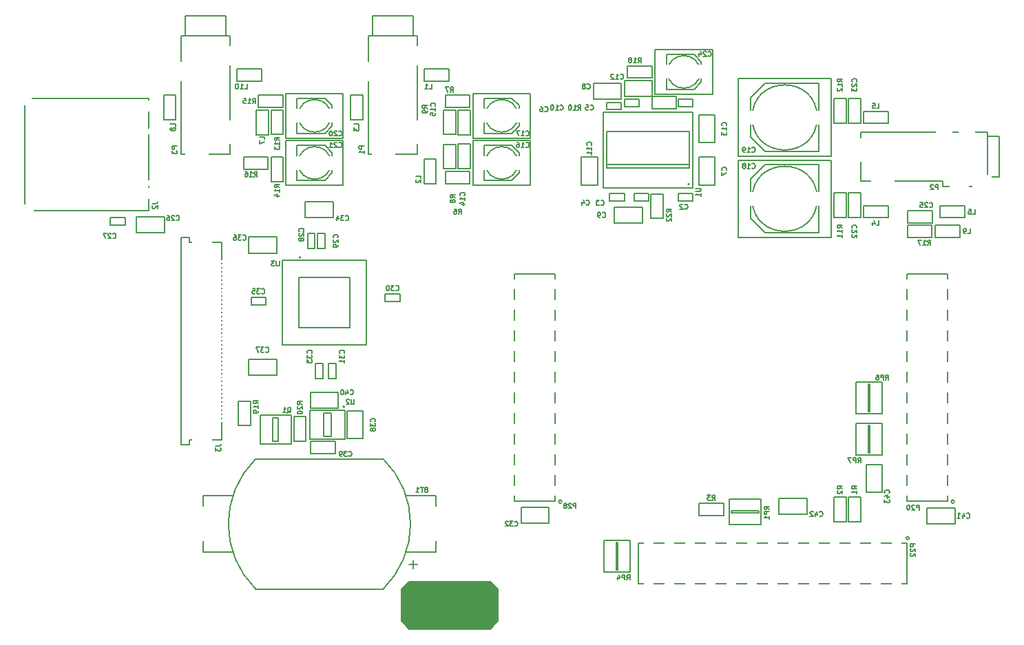
<source format=gbo>
%FSLAX34Y34*%
G04 Gerber Fmt 3.4, Leading zero omitted, Abs format*
G04 (created by PCBNEW (2014-03-01 BZR 4730)-product) date Thursday, July 17, 2014 'AMt' 09:27:46 AM*
%MOIN*%
G01*
G70*
G90*
G04 APERTURE LIST*
%ADD10C,0.006000*%
%ADD11C,0.008000*%
%ADD12C,0.005906*%
%ADD13R,0.131984X0.171354*%
%ADD14R,0.030400X0.030400*%
%ADD15R,0.169400X0.069000*%
%ADD16R,0.045400X0.043400*%
%ADD17R,0.106400X0.069000*%
%ADD18R,0.043400X0.045400*%
%ADD19C,0.226472*%
%ADD20C,0.029622*%
%ADD21R,0.053244X0.017811*%
%ADD22R,0.037496X0.068992*%
%ADD23R,0.068992X0.100488*%
%ADD24R,0.043400X0.043400*%
%ADD25R,0.130016X0.045370*%
%ADD26R,0.045370X0.130016*%
%ADD27R,0.041400X0.045400*%
%ADD28R,0.045400X0.041400*%
%ADD29C,0.061118*%
%ADD30R,0.025685X0.045370*%
%ADD31R,0.033559X0.045370*%
%ADD32R,0.045370X0.025685*%
%ADD33R,0.045370X0.033559*%
%ADD34R,0.051300X0.063100*%
%ADD35R,0.063100X0.051300*%
%ADD36C,0.130000*%
%ADD37C,0.068992*%
%ADD38C,0.088677*%
%ADD39C,0.163480*%
%ADD40R,0.116236X0.092614*%
%ADD41R,0.116236X0.116236*%
%ADD42C,0.072929*%
%ADD43R,0.092614X0.116236*%
%ADD44R,0.084740X0.116236*%
%ADD45R,0.023700X0.078800*%
%ADD46R,0.049300X0.029600*%
%ADD47R,0.013874X0.065055*%
%ADD48R,0.065055X0.013874*%
%ADD49R,0.222535X0.222535*%
%ADD50R,0.039465X0.053244*%
%ADD51R,0.035528X0.031591*%
%ADD52R,0.039465X0.057181*%
%ADD53R,0.049307X0.043402*%
%ADD54R,0.041433X0.043402*%
%ADD55R,0.043402X0.033559*%
%ADD56R,0.047339X0.033559*%
%ADD57R,0.045400X0.029600*%
G04 APERTURE END LIST*
G54D10*
X42913Y-64960D02*
X42519Y-64960D01*
X42716Y-64763D02*
X42716Y-65157D01*
X41273Y-59841D02*
G75*
G02X41274Y-66141I-3084J-3151D01*
G74*
G01*
X35104Y-66143D02*
G75*
G02X35103Y-59842I3084J3151D01*
G74*
G01*
X41274Y-66141D02*
X35103Y-66141D01*
X41274Y-59842D02*
X35103Y-59842D01*
X34000Y-61614D02*
X32559Y-61614D01*
X32559Y-61614D02*
X32559Y-64370D01*
X32559Y-64370D02*
X34000Y-64370D01*
X42377Y-61614D02*
X43818Y-61614D01*
X43818Y-61614D02*
X43818Y-64370D01*
X43818Y-64370D02*
X42377Y-64370D01*
X55547Y-46984D02*
X55547Y-47346D01*
X55547Y-47346D02*
X56263Y-47346D01*
X56263Y-47346D02*
X56263Y-46984D01*
X56263Y-46984D02*
X55547Y-46984D01*
X53421Y-46984D02*
X53421Y-47346D01*
X53421Y-47346D02*
X54137Y-47346D01*
X54137Y-47346D02*
X54137Y-46984D01*
X54137Y-46984D02*
X53421Y-46984D01*
X52956Y-47346D02*
X52956Y-46984D01*
X52956Y-46984D02*
X52240Y-46984D01*
X52240Y-46984D02*
X52240Y-47346D01*
X52240Y-47346D02*
X52956Y-47346D01*
X56263Y-42779D02*
X56263Y-42417D01*
X56263Y-42417D02*
X55547Y-42417D01*
X55547Y-42417D02*
X55547Y-42779D01*
X55547Y-42779D02*
X56263Y-42779D01*
X52082Y-42574D02*
X52082Y-42936D01*
X52082Y-42936D02*
X52798Y-42936D01*
X52798Y-42936D02*
X52798Y-42574D01*
X52798Y-42574D02*
X52082Y-42574D01*
X53665Y-42779D02*
X53665Y-42417D01*
X53665Y-42417D02*
X52949Y-42417D01*
X52949Y-42417D02*
X52949Y-42779D01*
X52949Y-42779D02*
X53665Y-42779D01*
X59054Y-48189D02*
X59054Y-46299D01*
X62362Y-48898D02*
X59763Y-48898D01*
X59763Y-45590D02*
X62362Y-45590D01*
X59054Y-46299D02*
X59763Y-45590D01*
X59054Y-48189D02*
X59763Y-48898D01*
X62362Y-45590D02*
X62362Y-48898D01*
X62283Y-47244D02*
G75*
G03X62283Y-47244I-1575J0D01*
G74*
G01*
X58454Y-49114D02*
X62962Y-49114D01*
X62962Y-49114D02*
X62962Y-45374D01*
X62962Y-45374D02*
X58454Y-45374D01*
X58454Y-45374D02*
X58454Y-49114D01*
X59054Y-44252D02*
X59054Y-42362D01*
X62362Y-44961D02*
X59763Y-44961D01*
X59763Y-41653D02*
X62362Y-41653D01*
X59054Y-42362D02*
X59763Y-41653D01*
X59054Y-44252D02*
X59763Y-44961D01*
X62362Y-41653D02*
X62362Y-44961D01*
X62283Y-43307D02*
G75*
G03X62283Y-43307I-1575J0D01*
G74*
G01*
X58454Y-45177D02*
X62962Y-45177D01*
X62962Y-45177D02*
X62962Y-41437D01*
X62962Y-41437D02*
X58454Y-41437D01*
X58454Y-41437D02*
X58454Y-45177D01*
X64389Y-48159D02*
X64389Y-46959D01*
X64389Y-46959D02*
X63799Y-46959D01*
X63799Y-46959D02*
X63799Y-48159D01*
X63799Y-48159D02*
X64389Y-48159D01*
X64389Y-43592D02*
X64389Y-42392D01*
X64389Y-42392D02*
X63799Y-42392D01*
X63799Y-42392D02*
X63799Y-43592D01*
X63799Y-43592D02*
X64389Y-43592D01*
X54438Y-42185D02*
X57214Y-42185D01*
X57214Y-42185D02*
X57214Y-40019D01*
X57214Y-40019D02*
X54438Y-40019D01*
X54438Y-40019D02*
X54438Y-42185D01*
X54980Y-40256D02*
X56318Y-40256D01*
X56672Y-41594D02*
X56672Y-40610D01*
X56318Y-41948D02*
X54980Y-41948D01*
X56672Y-41594D02*
X56318Y-41948D01*
X56672Y-40610D02*
X56318Y-40256D01*
X56613Y-41102D02*
G75*
G03X56613Y-41102I-787J0D01*
G74*
G01*
X54980Y-40256D02*
X54980Y-41948D01*
X67844Y-47815D02*
X66644Y-47815D01*
X66644Y-47815D02*
X66644Y-48405D01*
X66644Y-48405D02*
X67844Y-48405D01*
X67844Y-48405D02*
X67844Y-47815D01*
X28783Y-48527D02*
X28783Y-48165D01*
X28783Y-48165D02*
X28067Y-48165D01*
X28067Y-48165D02*
X28067Y-48527D01*
X28067Y-48527D02*
X28783Y-48527D01*
X37976Y-48933D02*
X37614Y-48933D01*
X37614Y-48933D02*
X37614Y-49649D01*
X37614Y-49649D02*
X37976Y-49649D01*
X37976Y-49649D02*
X37976Y-48933D01*
X38448Y-48933D02*
X38086Y-48933D01*
X38086Y-48933D02*
X38086Y-49649D01*
X38086Y-49649D02*
X38448Y-49649D01*
X38448Y-49649D02*
X38448Y-48933D01*
X42090Y-52228D02*
X42090Y-51866D01*
X42090Y-51866D02*
X41374Y-51866D01*
X41374Y-51866D02*
X41374Y-52228D01*
X41374Y-52228D02*
X42090Y-52228D01*
X38637Y-55948D02*
X38999Y-55948D01*
X38999Y-55948D02*
X38999Y-55232D01*
X38999Y-55232D02*
X38637Y-55232D01*
X38637Y-55232D02*
X38637Y-55948D01*
X38007Y-55948D02*
X38369Y-55948D01*
X38369Y-55948D02*
X38369Y-55232D01*
X38369Y-55232D02*
X38007Y-55232D01*
X38007Y-55232D02*
X38007Y-55948D01*
X34878Y-52023D02*
X34878Y-52385D01*
X34878Y-52385D02*
X35594Y-52385D01*
X35594Y-52385D02*
X35594Y-52023D01*
X35594Y-52023D02*
X34878Y-52023D01*
G54D11*
X37746Y-59586D02*
X38946Y-59586D01*
X38946Y-59586D02*
X38946Y-58996D01*
X38946Y-58996D02*
X37746Y-58996D01*
X37746Y-58996D02*
X37746Y-59586D01*
G54D10*
X31496Y-59153D02*
X31496Y-49114D01*
X31496Y-59153D02*
X31889Y-59153D01*
X31889Y-59153D02*
X31889Y-58917D01*
X31889Y-58917D02*
X33464Y-58917D01*
X31496Y-49114D02*
X31889Y-49114D01*
X31889Y-49114D02*
X31889Y-49350D01*
X31889Y-49350D02*
X33464Y-49350D01*
X33464Y-58917D02*
X33464Y-49350D01*
X64518Y-47579D02*
X64518Y-48169D01*
X64518Y-48169D02*
X65718Y-48169D01*
X65718Y-48169D02*
X65718Y-47579D01*
X65718Y-47579D02*
X64518Y-47579D01*
X64518Y-43012D02*
X64518Y-43602D01*
X64518Y-43602D02*
X65718Y-43602D01*
X65718Y-43602D02*
X65718Y-43012D01*
X65718Y-43012D02*
X64518Y-43012D01*
X68218Y-47579D02*
X68218Y-48169D01*
X68218Y-48169D02*
X69418Y-48169D01*
X69418Y-48169D02*
X69418Y-47579D01*
X69418Y-47579D02*
X68218Y-47579D01*
X67982Y-48523D02*
X67982Y-49113D01*
X67982Y-49113D02*
X69182Y-49113D01*
X69182Y-49113D02*
X69182Y-48523D01*
X69182Y-48523D02*
X67982Y-48523D01*
X68921Y-61909D02*
G75*
G03X68921Y-61909I-78J0D01*
G74*
G01*
X66637Y-61897D02*
X68606Y-61897D01*
X68606Y-61897D02*
X68606Y-50897D01*
X68606Y-50897D02*
X66637Y-50897D01*
X66637Y-50897D02*
X66637Y-61897D01*
X66736Y-63677D02*
G75*
G03X66736Y-63677I-78J0D01*
G74*
G01*
X66622Y-65881D02*
X66622Y-63913D01*
X66622Y-63913D02*
X53622Y-63913D01*
X53622Y-63913D02*
X53622Y-65881D01*
X53622Y-65881D02*
X66622Y-65881D01*
X49921Y-61909D02*
G75*
G03X49921Y-61909I-78J0D01*
G74*
G01*
X47637Y-61897D02*
X49606Y-61897D01*
X49606Y-61897D02*
X49606Y-50897D01*
X49606Y-50897D02*
X47637Y-50897D01*
X47637Y-50897D02*
X47637Y-61897D01*
X55472Y-42303D02*
X54290Y-42303D01*
X54290Y-42303D02*
X54290Y-42893D01*
X54290Y-42893D02*
X55472Y-42893D01*
X55472Y-42893D02*
X55472Y-42303D01*
X63680Y-48150D02*
X63680Y-46968D01*
X63680Y-46968D02*
X63090Y-46968D01*
X63090Y-46968D02*
X63090Y-48150D01*
X63090Y-48150D02*
X63680Y-48150D01*
X63680Y-43583D02*
X63680Y-42401D01*
X63680Y-42401D02*
X63090Y-42401D01*
X63090Y-42401D02*
X63090Y-43583D01*
X63090Y-43583D02*
X63680Y-43583D01*
X67835Y-48523D02*
X66653Y-48523D01*
X66653Y-48523D02*
X66653Y-49113D01*
X66653Y-49113D02*
X67835Y-49113D01*
X67835Y-49113D02*
X67835Y-48523D01*
X53109Y-41397D02*
X54291Y-41397D01*
X54291Y-41397D02*
X54291Y-40807D01*
X54291Y-40807D02*
X53109Y-40807D01*
X53109Y-40807D02*
X53109Y-41397D01*
X34271Y-57046D02*
X34271Y-58228D01*
X34271Y-58228D02*
X34861Y-58228D01*
X34861Y-58228D02*
X34861Y-57046D01*
X34861Y-57046D02*
X34271Y-57046D01*
X37539Y-58976D02*
X37539Y-57794D01*
X37539Y-57794D02*
X36949Y-57794D01*
X36949Y-57794D02*
X36949Y-58976D01*
X36949Y-58976D02*
X37539Y-58976D01*
X54822Y-48189D02*
X54822Y-47007D01*
X54822Y-47007D02*
X54232Y-47007D01*
X54232Y-47007D02*
X54232Y-48189D01*
X54232Y-48189D02*
X54822Y-48189D01*
X59547Y-63031D02*
X59547Y-61771D01*
X59547Y-61771D02*
X58011Y-61771D01*
X58011Y-61771D02*
X58011Y-63031D01*
X58011Y-63031D02*
X59547Y-63031D01*
X59448Y-62440D02*
X59448Y-62362D01*
X59448Y-62362D02*
X58110Y-62362D01*
X58110Y-62362D02*
X58110Y-62440D01*
X58110Y-62440D02*
X59448Y-62440D01*
X53228Y-63799D02*
X51968Y-63799D01*
X51968Y-63799D02*
X51968Y-65334D01*
X51968Y-65334D02*
X53228Y-65334D01*
X53228Y-65334D02*
X53228Y-63799D01*
X52637Y-63897D02*
X52559Y-63897D01*
X52559Y-63897D02*
X52559Y-65236D01*
X52559Y-65236D02*
X52637Y-65236D01*
X52637Y-65236D02*
X52637Y-63897D01*
X65433Y-56122D02*
X64173Y-56122D01*
X64173Y-56122D02*
X64173Y-57657D01*
X64173Y-57657D02*
X65433Y-57657D01*
X65433Y-57657D02*
X65433Y-56122D01*
X64842Y-56220D02*
X64763Y-56220D01*
X64763Y-56220D02*
X64763Y-57559D01*
X64763Y-57559D02*
X64842Y-57559D01*
X64842Y-57559D02*
X64842Y-56220D01*
X65433Y-58129D02*
X64173Y-58129D01*
X64173Y-58129D02*
X64173Y-59665D01*
X64173Y-59665D02*
X65433Y-59665D01*
X65433Y-59665D02*
X65433Y-58129D01*
X64842Y-58228D02*
X64763Y-58228D01*
X64763Y-58228D02*
X64763Y-59566D01*
X64763Y-59566D02*
X64842Y-59566D01*
X64842Y-59566D02*
X64842Y-58228D01*
X63799Y-61692D02*
X63799Y-62874D01*
X63799Y-62874D02*
X64389Y-62874D01*
X64389Y-62874D02*
X64389Y-61692D01*
X64389Y-61692D02*
X63799Y-61692D01*
X63090Y-61692D02*
X63090Y-62874D01*
X63090Y-62874D02*
X63680Y-62874D01*
X63680Y-62874D02*
X63680Y-61692D01*
X63680Y-61692D02*
X63090Y-61692D01*
X56574Y-62578D02*
X57756Y-62578D01*
X57756Y-62578D02*
X57756Y-61988D01*
X57756Y-61988D02*
X56574Y-61988D01*
X56574Y-61988D02*
X56574Y-62578D01*
X44901Y-44596D02*
X44901Y-45796D01*
X44901Y-45796D02*
X45491Y-45796D01*
X45491Y-45796D02*
X45491Y-44596D01*
X45491Y-44596D02*
X44901Y-44596D01*
X44901Y-42943D02*
X44901Y-44143D01*
X44901Y-44143D02*
X45491Y-44143D01*
X45491Y-44143D02*
X45491Y-42943D01*
X45491Y-42943D02*
X44901Y-42943D01*
X45619Y-46594D02*
X48395Y-46594D01*
X48395Y-46594D02*
X48395Y-44428D01*
X48395Y-44428D02*
X45619Y-44428D01*
X45619Y-44428D02*
X45619Y-46594D01*
X46161Y-44665D02*
X47499Y-44665D01*
X47853Y-46003D02*
X47853Y-45019D01*
X47499Y-46357D02*
X46161Y-46357D01*
X47853Y-46003D02*
X47499Y-46357D01*
X47853Y-45019D02*
X47499Y-44665D01*
X47794Y-45511D02*
G75*
G03X47794Y-45511I-787J0D01*
G74*
G01*
X46161Y-44665D02*
X46161Y-46357D01*
X45619Y-44311D02*
X48395Y-44311D01*
X48395Y-44311D02*
X48395Y-42145D01*
X48395Y-42145D02*
X45619Y-42145D01*
X45619Y-42145D02*
X45619Y-44311D01*
X46161Y-42382D02*
X47499Y-42382D01*
X47853Y-43720D02*
X47853Y-42736D01*
X47499Y-44074D02*
X46161Y-44074D01*
X47853Y-43720D02*
X47499Y-44074D01*
X47853Y-42736D02*
X47499Y-42382D01*
X47794Y-43228D02*
G75*
G03X47794Y-43228I-787J0D01*
G74*
G01*
X46161Y-42382D02*
X46161Y-44074D01*
X36564Y-44311D02*
X39340Y-44311D01*
X39340Y-44311D02*
X39340Y-42145D01*
X39340Y-42145D02*
X36564Y-42145D01*
X36564Y-42145D02*
X36564Y-44311D01*
X37106Y-42382D02*
X38444Y-42382D01*
X38798Y-43720D02*
X38798Y-42736D01*
X38444Y-44074D02*
X37106Y-44074D01*
X38798Y-43720D02*
X38444Y-44074D01*
X38798Y-42736D02*
X38444Y-42382D01*
X38739Y-43228D02*
G75*
G03X38739Y-43228I-787J0D01*
G74*
G01*
X37106Y-42382D02*
X37106Y-44074D01*
X36564Y-46594D02*
X39340Y-46594D01*
X39340Y-46594D02*
X39340Y-44428D01*
X39340Y-44428D02*
X36564Y-44428D01*
X36564Y-44428D02*
X36564Y-46594D01*
X37106Y-44665D02*
X38444Y-44665D01*
X38798Y-46003D02*
X38798Y-45019D01*
X38444Y-46357D02*
X37106Y-46357D01*
X38798Y-46003D02*
X38444Y-46357D01*
X38798Y-45019D02*
X38444Y-44665D01*
X38739Y-45511D02*
G75*
G03X38739Y-45511I-787J0D01*
G74*
G01*
X37106Y-44665D02*
X37106Y-46357D01*
X44458Y-41554D02*
X44458Y-40964D01*
X44458Y-40964D02*
X43258Y-40964D01*
X43258Y-40964D02*
X43258Y-41554D01*
X43258Y-41554D02*
X44458Y-41554D01*
X43838Y-45305D02*
X43248Y-45305D01*
X43248Y-45305D02*
X43248Y-46505D01*
X43248Y-46505D02*
X43838Y-46505D01*
X43838Y-46505D02*
X43838Y-45305D01*
X40295Y-42234D02*
X39705Y-42234D01*
X39705Y-42234D02*
X39705Y-43434D01*
X39705Y-43434D02*
X40295Y-43434D01*
X40295Y-43434D02*
X40295Y-42234D01*
X35728Y-42943D02*
X35138Y-42943D01*
X35138Y-42943D02*
X35138Y-44143D01*
X35138Y-44143D02*
X35728Y-44143D01*
X35728Y-44143D02*
X35728Y-42943D01*
X30649Y-43434D02*
X31239Y-43434D01*
X31239Y-43434D02*
X31239Y-42234D01*
X31239Y-42234D02*
X30649Y-42234D01*
X30649Y-42234D02*
X30649Y-43434D01*
X35403Y-41554D02*
X35403Y-40964D01*
X35403Y-40964D02*
X34203Y-40964D01*
X34203Y-40964D02*
X34203Y-41554D01*
X34203Y-41554D02*
X35403Y-41554D01*
X45472Y-45925D02*
X44290Y-45925D01*
X44290Y-45925D02*
X44290Y-46515D01*
X44290Y-46515D02*
X45472Y-46515D01*
X45472Y-46515D02*
X45472Y-45925D01*
X45472Y-42224D02*
X44290Y-42224D01*
X44290Y-42224D02*
X44290Y-42814D01*
X44290Y-42814D02*
X45472Y-42814D01*
X45472Y-42814D02*
X45472Y-42224D01*
X44193Y-44605D02*
X44193Y-45787D01*
X44193Y-45787D02*
X44783Y-45787D01*
X44783Y-45787D02*
X44783Y-44605D01*
X44783Y-44605D02*
X44193Y-44605D01*
X44193Y-42952D02*
X44193Y-44134D01*
X44193Y-44134D02*
X44783Y-44134D01*
X44783Y-44134D02*
X44783Y-42952D01*
X44783Y-42952D02*
X44193Y-42952D01*
X36436Y-44134D02*
X36436Y-42952D01*
X36436Y-42952D02*
X35846Y-42952D01*
X35846Y-42952D02*
X35846Y-44134D01*
X35846Y-44134D02*
X36436Y-44134D01*
X35846Y-45235D02*
X35846Y-46417D01*
X35846Y-46417D02*
X36436Y-46417D01*
X36436Y-46417D02*
X36436Y-45235D01*
X36436Y-45235D02*
X35846Y-45235D01*
X35235Y-42814D02*
X36417Y-42814D01*
X36417Y-42814D02*
X36417Y-42224D01*
X36417Y-42224D02*
X35235Y-42224D01*
X35235Y-42224D02*
X35235Y-42814D01*
X34527Y-45806D02*
X35709Y-45806D01*
X35709Y-45806D02*
X35709Y-45216D01*
X35709Y-45216D02*
X34527Y-45216D01*
X34527Y-45216D02*
X34527Y-45806D01*
X68946Y-62214D02*
X67588Y-62214D01*
X67588Y-62214D02*
X67588Y-62982D01*
X67588Y-62982D02*
X68946Y-62982D01*
X68946Y-62982D02*
X68946Y-62214D01*
X37746Y-57391D02*
X39104Y-57391D01*
X39104Y-57391D02*
X39104Y-56623D01*
X39104Y-56623D02*
X37746Y-56623D01*
X37746Y-56623D02*
X37746Y-57391D01*
X39537Y-57509D02*
X39537Y-58867D01*
X39537Y-58867D02*
X40305Y-58867D01*
X40305Y-58867D02*
X40305Y-57509D01*
X40305Y-57509D02*
X39537Y-57509D01*
X36112Y-55009D02*
X34754Y-55009D01*
X34754Y-55009D02*
X34754Y-55777D01*
X34754Y-55777D02*
X36112Y-55777D01*
X36112Y-55777D02*
X36112Y-55009D01*
X36112Y-49104D02*
X34754Y-49104D01*
X34754Y-49104D02*
X34754Y-49872D01*
X34754Y-49872D02*
X36112Y-49872D01*
X36112Y-49872D02*
X36112Y-49104D01*
X38867Y-47371D02*
X37509Y-47371D01*
X37509Y-47371D02*
X37509Y-48139D01*
X37509Y-48139D02*
X38867Y-48139D01*
X38867Y-48139D02*
X38867Y-47371D01*
X49301Y-62175D02*
X47943Y-62175D01*
X47943Y-62175D02*
X47943Y-62943D01*
X47943Y-62943D02*
X49301Y-62943D01*
X49301Y-62943D02*
X49301Y-62175D01*
X29321Y-48887D02*
X30679Y-48887D01*
X30679Y-48887D02*
X30679Y-48119D01*
X30679Y-48119D02*
X29321Y-48119D01*
X29321Y-48119D02*
X29321Y-48887D01*
X56545Y-43179D02*
X56545Y-44537D01*
X56545Y-44537D02*
X57313Y-44537D01*
X57313Y-44537D02*
X57313Y-43179D01*
X57313Y-43179D02*
X56545Y-43179D01*
X52943Y-42273D02*
X54301Y-42273D01*
X54301Y-42273D02*
X54301Y-41505D01*
X54301Y-41505D02*
X52943Y-41505D01*
X52943Y-41505D02*
X52943Y-42273D01*
X51643Y-46584D02*
X51643Y-45226D01*
X51643Y-45226D02*
X50875Y-45226D01*
X50875Y-45226D02*
X50875Y-46584D01*
X50875Y-46584D02*
X51643Y-46584D01*
X53828Y-47647D02*
X52470Y-47647D01*
X52470Y-47647D02*
X52470Y-48415D01*
X52470Y-48415D02*
X53828Y-48415D01*
X53828Y-48415D02*
X53828Y-47647D01*
X52804Y-41663D02*
X51446Y-41663D01*
X51446Y-41663D02*
X51446Y-42431D01*
X51446Y-42431D02*
X52804Y-42431D01*
X52804Y-42431D02*
X52804Y-41663D01*
X57313Y-46584D02*
X57313Y-45226D01*
X57313Y-45226D02*
X56545Y-45226D01*
X56545Y-45226D02*
X56545Y-46584D01*
X56545Y-46584D02*
X57313Y-46584D01*
X60423Y-62509D02*
X61781Y-62509D01*
X61781Y-62509D02*
X61781Y-61741D01*
X61781Y-61741D02*
X60423Y-61741D01*
X60423Y-61741D02*
X60423Y-62509D01*
X64655Y-60108D02*
X64655Y-61466D01*
X64655Y-61466D02*
X65423Y-61466D01*
X65423Y-61466D02*
X65423Y-60108D01*
X65423Y-60108D02*
X64655Y-60108D01*
X31496Y-39370D02*
X31496Y-45078D01*
X31496Y-45078D02*
X33858Y-45078D01*
X33858Y-45078D02*
X33858Y-39370D01*
X33858Y-39370D02*
X31496Y-39370D01*
X31692Y-39370D02*
X31692Y-38385D01*
X31692Y-38385D02*
X33661Y-38385D01*
X33661Y-38385D02*
X33661Y-39370D01*
X40551Y-39370D02*
X40551Y-45078D01*
X40551Y-45078D02*
X42913Y-45078D01*
X42913Y-45078D02*
X42913Y-39370D01*
X42913Y-39370D02*
X40551Y-39370D01*
X40748Y-39370D02*
X40748Y-38385D01*
X40748Y-38385D02*
X42716Y-38385D01*
X42716Y-38385D02*
X42716Y-39370D01*
X64409Y-46377D02*
X68346Y-46377D01*
X68346Y-46377D02*
X68346Y-46653D01*
X68346Y-46653D02*
X70511Y-46653D01*
X64409Y-44015D02*
X64409Y-46377D01*
X70511Y-44015D02*
X64409Y-44015D01*
X70511Y-44015D02*
X70511Y-46653D01*
X70511Y-44212D02*
X71102Y-44212D01*
X71102Y-44212D02*
X71102Y-46181D01*
X71102Y-46181D02*
X70511Y-46181D01*
X56096Y-46529D02*
G75*
G03X56096Y-46529I-39J0D01*
G74*
G01*
X56102Y-45590D02*
X52086Y-45590D01*
X56259Y-46722D02*
X56259Y-43040D01*
X56259Y-43040D02*
X51929Y-43040D01*
X51929Y-43040D02*
X51929Y-46722D01*
X51929Y-46722D02*
X56259Y-46722D01*
X56102Y-45767D02*
X56102Y-43995D01*
X56102Y-43995D02*
X52086Y-43995D01*
X52086Y-43995D02*
X52086Y-45767D01*
X52086Y-45767D02*
X56102Y-45767D01*
X38769Y-57617D02*
X38395Y-57617D01*
X38395Y-57617D02*
X38395Y-58759D01*
X38395Y-58759D02*
X38769Y-58759D01*
X38769Y-58759D02*
X38769Y-57617D01*
X39400Y-57314D02*
G75*
G03X39400Y-57314I-39J0D01*
G74*
G01*
X39428Y-57489D02*
X37736Y-57489D01*
X37736Y-57489D02*
X37736Y-58887D01*
X37736Y-58887D02*
X39428Y-58887D01*
X39428Y-58887D02*
X39428Y-57489D01*
G54D12*
X37283Y-50078D02*
G75*
G03X37283Y-50078I-39J0D01*
G74*
G01*
X36377Y-50236D02*
X40472Y-50236D01*
X40472Y-50236D02*
X40472Y-54330D01*
X40472Y-54330D02*
X36377Y-54330D01*
X36377Y-54330D02*
X36377Y-50236D01*
X37204Y-51062D02*
X39645Y-51062D01*
X39645Y-51062D02*
X39645Y-53503D01*
X39645Y-53503D02*
X37204Y-53503D01*
X37204Y-53503D02*
X37204Y-51062D01*
G54D10*
X23937Y-47834D02*
X29921Y-47834D01*
X23937Y-42401D02*
X23937Y-47834D01*
X29921Y-42401D02*
X23937Y-42401D01*
X29921Y-47834D02*
X29921Y-42401D01*
X36810Y-57736D02*
X35314Y-57736D01*
X35314Y-57736D02*
X35314Y-59114D01*
X35314Y-59114D02*
X36810Y-59114D01*
X36810Y-59114D02*
X36810Y-57736D01*
X36190Y-57854D02*
X35934Y-57854D01*
X35934Y-57854D02*
X35934Y-58996D01*
X35934Y-58996D02*
X36190Y-58996D01*
X36190Y-58996D02*
X36190Y-57854D01*
X43338Y-61321D02*
X43303Y-61332D01*
X43292Y-61344D01*
X43281Y-61367D01*
X43281Y-61401D01*
X43292Y-61424D01*
X43303Y-61435D01*
X43326Y-61447D01*
X43418Y-61447D01*
X43418Y-61207D01*
X43338Y-61207D01*
X43315Y-61218D01*
X43303Y-61230D01*
X43292Y-61252D01*
X43292Y-61275D01*
X43303Y-61298D01*
X43315Y-61310D01*
X43338Y-61321D01*
X43418Y-61321D01*
X43212Y-61207D02*
X43075Y-61207D01*
X43143Y-61447D02*
X43143Y-61207D01*
X42869Y-61447D02*
X43006Y-61447D01*
X42938Y-61447D02*
X42938Y-61207D01*
X42961Y-61241D01*
X42983Y-61264D01*
X43006Y-61275D01*
X55866Y-47723D02*
X55878Y-47734D01*
X55912Y-47746D01*
X55935Y-47746D01*
X55969Y-47734D01*
X55992Y-47712D01*
X56003Y-47689D01*
X56015Y-47643D01*
X56015Y-47609D01*
X56003Y-47563D01*
X55992Y-47540D01*
X55969Y-47517D01*
X55935Y-47506D01*
X55912Y-47506D01*
X55878Y-47517D01*
X55866Y-47529D01*
X55775Y-47529D02*
X55763Y-47517D01*
X55741Y-47506D01*
X55683Y-47506D01*
X55661Y-47517D01*
X55649Y-47529D01*
X55638Y-47552D01*
X55638Y-47574D01*
X55649Y-47609D01*
X55786Y-47746D01*
X55638Y-47746D01*
X51811Y-47526D02*
X51823Y-47538D01*
X51857Y-47549D01*
X51880Y-47549D01*
X51914Y-47538D01*
X51937Y-47515D01*
X51948Y-47492D01*
X51960Y-47446D01*
X51960Y-47412D01*
X51948Y-47366D01*
X51937Y-47343D01*
X51914Y-47320D01*
X51880Y-47309D01*
X51857Y-47309D01*
X51823Y-47320D01*
X51811Y-47332D01*
X51731Y-47309D02*
X51583Y-47309D01*
X51663Y-47400D01*
X51628Y-47400D01*
X51605Y-47412D01*
X51594Y-47423D01*
X51583Y-47446D01*
X51583Y-47503D01*
X51594Y-47526D01*
X51605Y-47538D01*
X51628Y-47549D01*
X51697Y-47549D01*
X51720Y-47538D01*
X51731Y-47526D01*
X51102Y-47526D02*
X51114Y-47538D01*
X51148Y-47549D01*
X51171Y-47549D01*
X51205Y-47538D01*
X51228Y-47515D01*
X51240Y-47492D01*
X51251Y-47446D01*
X51251Y-47412D01*
X51240Y-47366D01*
X51228Y-47343D01*
X51205Y-47320D01*
X51171Y-47309D01*
X51148Y-47309D01*
X51114Y-47320D01*
X51102Y-47332D01*
X50897Y-47389D02*
X50897Y-47549D01*
X50954Y-47298D02*
X51011Y-47469D01*
X50862Y-47469D01*
X51299Y-42920D02*
X51311Y-42931D01*
X51345Y-42943D01*
X51368Y-42943D01*
X51402Y-42931D01*
X51425Y-42908D01*
X51436Y-42886D01*
X51448Y-42840D01*
X51448Y-42806D01*
X51436Y-42760D01*
X51425Y-42737D01*
X51402Y-42714D01*
X51368Y-42703D01*
X51345Y-42703D01*
X51311Y-42714D01*
X51299Y-42726D01*
X51082Y-42703D02*
X51196Y-42703D01*
X51208Y-42817D01*
X51196Y-42806D01*
X51174Y-42794D01*
X51116Y-42794D01*
X51094Y-42806D01*
X51082Y-42817D01*
X51071Y-42840D01*
X51071Y-42897D01*
X51082Y-42920D01*
X51094Y-42931D01*
X51116Y-42943D01*
X51174Y-42943D01*
X51196Y-42931D01*
X51208Y-42920D01*
X49095Y-42999D02*
X49106Y-43010D01*
X49140Y-43021D01*
X49163Y-43021D01*
X49197Y-43010D01*
X49220Y-42987D01*
X49232Y-42964D01*
X49243Y-42919D01*
X49243Y-42884D01*
X49232Y-42839D01*
X49220Y-42816D01*
X49197Y-42793D01*
X49163Y-42781D01*
X49140Y-42781D01*
X49106Y-42793D01*
X49095Y-42804D01*
X48889Y-42781D02*
X48935Y-42781D01*
X48957Y-42793D01*
X48969Y-42804D01*
X48992Y-42839D01*
X49003Y-42884D01*
X49003Y-42976D01*
X48992Y-42999D01*
X48980Y-43010D01*
X48957Y-43021D01*
X48912Y-43021D01*
X48889Y-43010D01*
X48877Y-42999D01*
X48866Y-42976D01*
X48866Y-42919D01*
X48877Y-42896D01*
X48889Y-42884D01*
X48912Y-42873D01*
X48957Y-42873D01*
X48980Y-42884D01*
X48992Y-42896D01*
X49003Y-42919D01*
X49839Y-42920D02*
X49850Y-42931D01*
X49885Y-42943D01*
X49907Y-42943D01*
X49942Y-42931D01*
X49965Y-42908D01*
X49976Y-42886D01*
X49987Y-42840D01*
X49987Y-42806D01*
X49976Y-42760D01*
X49965Y-42737D01*
X49942Y-42714D01*
X49907Y-42703D01*
X49885Y-42703D01*
X49850Y-42714D01*
X49839Y-42726D01*
X49610Y-42943D02*
X49747Y-42943D01*
X49679Y-42943D02*
X49679Y-42703D01*
X49702Y-42737D01*
X49725Y-42760D01*
X49747Y-42771D01*
X49462Y-42703D02*
X49439Y-42703D01*
X49416Y-42714D01*
X49405Y-42726D01*
X49393Y-42748D01*
X49382Y-42794D01*
X49382Y-42851D01*
X49393Y-42897D01*
X49405Y-42920D01*
X49416Y-42931D01*
X49439Y-42943D01*
X49462Y-42943D01*
X49485Y-42931D01*
X49496Y-42920D01*
X49507Y-42897D01*
X49519Y-42851D01*
X49519Y-42794D01*
X49507Y-42748D01*
X49496Y-42726D01*
X49485Y-42714D01*
X49462Y-42703D01*
X59130Y-45755D02*
X59142Y-45766D01*
X59176Y-45777D01*
X59199Y-45777D01*
X59233Y-45766D01*
X59256Y-45743D01*
X59267Y-45720D01*
X59279Y-45675D01*
X59279Y-45640D01*
X59267Y-45595D01*
X59256Y-45572D01*
X59233Y-45549D01*
X59199Y-45537D01*
X59176Y-45537D01*
X59142Y-45549D01*
X59130Y-45560D01*
X58902Y-45777D02*
X59039Y-45777D01*
X58970Y-45777D02*
X58970Y-45537D01*
X58993Y-45572D01*
X59016Y-45595D01*
X59039Y-45606D01*
X58764Y-45640D02*
X58787Y-45629D01*
X58799Y-45617D01*
X58810Y-45595D01*
X58810Y-45583D01*
X58799Y-45560D01*
X58787Y-45549D01*
X58764Y-45537D01*
X58719Y-45537D01*
X58696Y-45549D01*
X58684Y-45560D01*
X58673Y-45583D01*
X58673Y-45595D01*
X58684Y-45617D01*
X58696Y-45629D01*
X58719Y-45640D01*
X58764Y-45640D01*
X58787Y-45652D01*
X58799Y-45663D01*
X58810Y-45686D01*
X58810Y-45732D01*
X58799Y-45755D01*
X58787Y-45766D01*
X58764Y-45777D01*
X58719Y-45777D01*
X58696Y-45766D01*
X58684Y-45755D01*
X58673Y-45732D01*
X58673Y-45686D01*
X58684Y-45663D01*
X58696Y-45652D01*
X58719Y-45640D01*
X59130Y-44967D02*
X59142Y-44979D01*
X59176Y-44990D01*
X59199Y-44990D01*
X59233Y-44979D01*
X59256Y-44956D01*
X59267Y-44933D01*
X59279Y-44887D01*
X59279Y-44853D01*
X59267Y-44807D01*
X59256Y-44784D01*
X59233Y-44761D01*
X59199Y-44750D01*
X59176Y-44750D01*
X59142Y-44761D01*
X59130Y-44773D01*
X58902Y-44990D02*
X59039Y-44990D01*
X58970Y-44990D02*
X58970Y-44750D01*
X58993Y-44784D01*
X59016Y-44807D01*
X59039Y-44819D01*
X58787Y-44990D02*
X58742Y-44990D01*
X58719Y-44979D01*
X58707Y-44967D01*
X58684Y-44933D01*
X58673Y-44887D01*
X58673Y-44796D01*
X58684Y-44773D01*
X58696Y-44761D01*
X58719Y-44750D01*
X58764Y-44750D01*
X58787Y-44761D01*
X58799Y-44773D01*
X58810Y-44796D01*
X58810Y-44853D01*
X58799Y-44876D01*
X58787Y-44887D01*
X58764Y-44899D01*
X58719Y-44899D01*
X58696Y-44887D01*
X58684Y-44876D01*
X58673Y-44853D01*
X64180Y-48664D02*
X64191Y-48653D01*
X64203Y-48618D01*
X64203Y-48596D01*
X64191Y-48561D01*
X64168Y-48538D01*
X64145Y-48527D01*
X64100Y-48516D01*
X64065Y-48516D01*
X64020Y-48527D01*
X63997Y-48538D01*
X63974Y-48561D01*
X63963Y-48596D01*
X63963Y-48618D01*
X63974Y-48653D01*
X63985Y-48664D01*
X63985Y-48756D02*
X63974Y-48767D01*
X63963Y-48790D01*
X63963Y-48847D01*
X63974Y-48870D01*
X63985Y-48881D01*
X64008Y-48893D01*
X64031Y-48893D01*
X64065Y-48881D01*
X64203Y-48744D01*
X64203Y-48893D01*
X63985Y-48984D02*
X63974Y-48996D01*
X63963Y-49018D01*
X63963Y-49076D01*
X63974Y-49098D01*
X63985Y-49110D01*
X64008Y-49121D01*
X64031Y-49121D01*
X64065Y-49110D01*
X64203Y-48973D01*
X64203Y-49121D01*
X64180Y-41577D02*
X64191Y-41566D01*
X64203Y-41532D01*
X64203Y-41509D01*
X64191Y-41475D01*
X64168Y-41452D01*
X64145Y-41440D01*
X64100Y-41429D01*
X64065Y-41429D01*
X64020Y-41440D01*
X63997Y-41452D01*
X63974Y-41475D01*
X63963Y-41509D01*
X63963Y-41532D01*
X63974Y-41566D01*
X63985Y-41577D01*
X63985Y-41669D02*
X63974Y-41680D01*
X63963Y-41703D01*
X63963Y-41760D01*
X63974Y-41783D01*
X63985Y-41795D01*
X64008Y-41806D01*
X64031Y-41806D01*
X64065Y-41795D01*
X64203Y-41657D01*
X64203Y-41806D01*
X63963Y-41886D02*
X63963Y-42035D01*
X64054Y-41955D01*
X64054Y-41989D01*
X64065Y-42012D01*
X64077Y-42023D01*
X64100Y-42035D01*
X64157Y-42035D01*
X64180Y-42023D01*
X64191Y-42012D01*
X64203Y-41989D01*
X64203Y-41920D01*
X64191Y-41897D01*
X64180Y-41886D01*
X57004Y-40321D02*
X57016Y-40333D01*
X57050Y-40344D01*
X57073Y-40344D01*
X57107Y-40333D01*
X57130Y-40310D01*
X57141Y-40287D01*
X57153Y-40241D01*
X57153Y-40207D01*
X57141Y-40161D01*
X57130Y-40139D01*
X57107Y-40116D01*
X57073Y-40104D01*
X57050Y-40104D01*
X57016Y-40116D01*
X57004Y-40127D01*
X56913Y-40127D02*
X56901Y-40116D01*
X56878Y-40104D01*
X56821Y-40104D01*
X56798Y-40116D01*
X56787Y-40127D01*
X56776Y-40150D01*
X56776Y-40173D01*
X56787Y-40207D01*
X56924Y-40344D01*
X56776Y-40344D01*
X56570Y-40184D02*
X56570Y-40344D01*
X56627Y-40093D02*
X56684Y-40264D01*
X56536Y-40264D01*
X67713Y-47644D02*
X67724Y-47656D01*
X67759Y-47667D01*
X67781Y-47667D01*
X67816Y-47656D01*
X67839Y-47633D01*
X67850Y-47610D01*
X67861Y-47564D01*
X67861Y-47530D01*
X67850Y-47484D01*
X67839Y-47461D01*
X67816Y-47439D01*
X67781Y-47427D01*
X67759Y-47427D01*
X67724Y-47439D01*
X67713Y-47450D01*
X67621Y-47450D02*
X67610Y-47439D01*
X67587Y-47427D01*
X67530Y-47427D01*
X67507Y-47439D01*
X67496Y-47450D01*
X67484Y-47473D01*
X67484Y-47496D01*
X67496Y-47530D01*
X67633Y-47667D01*
X67484Y-47667D01*
X67267Y-47427D02*
X67381Y-47427D01*
X67393Y-47541D01*
X67381Y-47530D01*
X67359Y-47519D01*
X67301Y-47519D01*
X67279Y-47530D01*
X67267Y-47541D01*
X67256Y-47564D01*
X67256Y-47621D01*
X67267Y-47644D01*
X67279Y-47656D01*
X67301Y-47667D01*
X67359Y-47667D01*
X67381Y-47656D01*
X67393Y-47644D01*
X28185Y-49140D02*
X28197Y-49152D01*
X28231Y-49163D01*
X28254Y-49163D01*
X28288Y-49152D01*
X28311Y-49129D01*
X28322Y-49106D01*
X28334Y-49060D01*
X28334Y-49026D01*
X28322Y-48980D01*
X28311Y-48957D01*
X28288Y-48935D01*
X28254Y-48923D01*
X28231Y-48923D01*
X28197Y-48935D01*
X28185Y-48946D01*
X28094Y-48946D02*
X28082Y-48935D01*
X28060Y-48923D01*
X28002Y-48923D01*
X27980Y-48935D01*
X27968Y-48946D01*
X27957Y-48969D01*
X27957Y-48992D01*
X27968Y-49026D01*
X28105Y-49163D01*
X27957Y-49163D01*
X27877Y-48923D02*
X27717Y-48923D01*
X27820Y-49163D01*
X37408Y-48822D02*
X37419Y-48810D01*
X37431Y-48776D01*
X37431Y-48753D01*
X37419Y-48719D01*
X37397Y-48696D01*
X37374Y-48684D01*
X37328Y-48673D01*
X37294Y-48673D01*
X37248Y-48684D01*
X37225Y-48696D01*
X37202Y-48719D01*
X37191Y-48753D01*
X37191Y-48776D01*
X37202Y-48810D01*
X37214Y-48822D01*
X37214Y-48913D02*
X37202Y-48924D01*
X37191Y-48947D01*
X37191Y-49004D01*
X37202Y-49027D01*
X37214Y-49039D01*
X37237Y-49050D01*
X37259Y-49050D01*
X37294Y-49039D01*
X37431Y-48902D01*
X37431Y-49050D01*
X37294Y-49187D02*
X37282Y-49164D01*
X37271Y-49153D01*
X37248Y-49142D01*
X37237Y-49142D01*
X37214Y-49153D01*
X37202Y-49164D01*
X37191Y-49187D01*
X37191Y-49233D01*
X37202Y-49256D01*
X37214Y-49267D01*
X37237Y-49279D01*
X37248Y-49279D01*
X37271Y-49267D01*
X37282Y-49256D01*
X37294Y-49233D01*
X37294Y-49187D01*
X37305Y-49164D01*
X37317Y-49153D01*
X37339Y-49142D01*
X37385Y-49142D01*
X37408Y-49153D01*
X37419Y-49164D01*
X37431Y-49187D01*
X37431Y-49233D01*
X37419Y-49256D01*
X37408Y-49267D01*
X37385Y-49279D01*
X37339Y-49279D01*
X37317Y-49267D01*
X37305Y-49256D01*
X37294Y-49233D01*
X39062Y-49137D02*
X39073Y-49125D01*
X39084Y-49091D01*
X39084Y-49068D01*
X39073Y-49034D01*
X39050Y-49011D01*
X39027Y-48999D01*
X38982Y-48988D01*
X38947Y-48988D01*
X38902Y-48999D01*
X38879Y-49011D01*
X38856Y-49034D01*
X38844Y-49068D01*
X38844Y-49091D01*
X38856Y-49125D01*
X38867Y-49137D01*
X38867Y-49228D02*
X38856Y-49239D01*
X38844Y-49262D01*
X38844Y-49319D01*
X38856Y-49342D01*
X38867Y-49354D01*
X38890Y-49365D01*
X38913Y-49365D01*
X38947Y-49354D01*
X39084Y-49217D01*
X39084Y-49365D01*
X39084Y-49479D02*
X39084Y-49525D01*
X39073Y-49548D01*
X39062Y-49559D01*
X39027Y-49582D01*
X38982Y-49594D01*
X38890Y-49594D01*
X38867Y-49582D01*
X38856Y-49571D01*
X38844Y-49548D01*
X38844Y-49502D01*
X38856Y-49479D01*
X38867Y-49468D01*
X38890Y-49457D01*
X38947Y-49457D01*
X38970Y-49468D01*
X38982Y-49479D01*
X38993Y-49502D01*
X38993Y-49548D01*
X38982Y-49571D01*
X38970Y-49582D01*
X38947Y-49594D01*
X41886Y-51660D02*
X41897Y-51671D01*
X41932Y-51683D01*
X41955Y-51683D01*
X41989Y-51671D01*
X42012Y-51649D01*
X42023Y-51626D01*
X42035Y-51580D01*
X42035Y-51546D01*
X42023Y-51500D01*
X42012Y-51477D01*
X41989Y-51454D01*
X41955Y-51443D01*
X41932Y-51443D01*
X41897Y-51454D01*
X41886Y-51466D01*
X41806Y-51443D02*
X41657Y-51443D01*
X41737Y-51534D01*
X41703Y-51534D01*
X41680Y-51546D01*
X41669Y-51557D01*
X41657Y-51580D01*
X41657Y-51637D01*
X41669Y-51660D01*
X41680Y-51671D01*
X41703Y-51683D01*
X41772Y-51683D01*
X41795Y-51671D01*
X41806Y-51660D01*
X41509Y-51443D02*
X41486Y-51443D01*
X41463Y-51454D01*
X41452Y-51466D01*
X41440Y-51489D01*
X41429Y-51534D01*
X41429Y-51591D01*
X41440Y-51637D01*
X41452Y-51660D01*
X41463Y-51671D01*
X41486Y-51683D01*
X41509Y-51683D01*
X41532Y-51671D01*
X41543Y-51660D01*
X41555Y-51637D01*
X41566Y-51591D01*
X41566Y-51534D01*
X41555Y-51489D01*
X41543Y-51466D01*
X41532Y-51454D01*
X41509Y-51443D01*
X39377Y-54727D02*
X39388Y-54716D01*
X39399Y-54681D01*
X39399Y-54659D01*
X39388Y-54624D01*
X39365Y-54601D01*
X39342Y-54590D01*
X39297Y-54579D01*
X39262Y-54579D01*
X39217Y-54590D01*
X39194Y-54601D01*
X39171Y-54624D01*
X39159Y-54659D01*
X39159Y-54681D01*
X39171Y-54716D01*
X39182Y-54727D01*
X39159Y-54807D02*
X39159Y-54956D01*
X39251Y-54876D01*
X39251Y-54910D01*
X39262Y-54933D01*
X39274Y-54944D01*
X39297Y-54956D01*
X39354Y-54956D01*
X39377Y-54944D01*
X39388Y-54933D01*
X39399Y-54910D01*
X39399Y-54841D01*
X39388Y-54819D01*
X39377Y-54807D01*
X39399Y-55184D02*
X39399Y-55047D01*
X39399Y-55116D02*
X39159Y-55116D01*
X39194Y-55093D01*
X39217Y-55070D01*
X39228Y-55047D01*
X37802Y-54727D02*
X37813Y-54716D01*
X37825Y-54681D01*
X37825Y-54659D01*
X37813Y-54624D01*
X37790Y-54601D01*
X37767Y-54590D01*
X37722Y-54579D01*
X37687Y-54579D01*
X37642Y-54590D01*
X37619Y-54601D01*
X37596Y-54624D01*
X37585Y-54659D01*
X37585Y-54681D01*
X37596Y-54716D01*
X37607Y-54727D01*
X37585Y-54807D02*
X37585Y-54956D01*
X37676Y-54876D01*
X37676Y-54910D01*
X37687Y-54933D01*
X37699Y-54944D01*
X37722Y-54956D01*
X37779Y-54956D01*
X37802Y-54944D01*
X37813Y-54933D01*
X37825Y-54910D01*
X37825Y-54841D01*
X37813Y-54819D01*
X37802Y-54807D01*
X37585Y-55036D02*
X37585Y-55184D01*
X37676Y-55104D01*
X37676Y-55139D01*
X37687Y-55161D01*
X37699Y-55173D01*
X37722Y-55184D01*
X37779Y-55184D01*
X37802Y-55173D01*
X37813Y-55161D01*
X37825Y-55139D01*
X37825Y-55070D01*
X37813Y-55047D01*
X37802Y-55036D01*
X35390Y-51817D02*
X35401Y-51829D01*
X35436Y-51840D01*
X35459Y-51840D01*
X35493Y-51829D01*
X35516Y-51806D01*
X35527Y-51783D01*
X35539Y-51737D01*
X35539Y-51703D01*
X35527Y-51657D01*
X35516Y-51635D01*
X35493Y-51612D01*
X35459Y-51600D01*
X35436Y-51600D01*
X35401Y-51612D01*
X35390Y-51623D01*
X35310Y-51600D02*
X35161Y-51600D01*
X35241Y-51692D01*
X35207Y-51692D01*
X35184Y-51703D01*
X35173Y-51715D01*
X35161Y-51737D01*
X35161Y-51795D01*
X35173Y-51817D01*
X35184Y-51829D01*
X35207Y-51840D01*
X35276Y-51840D01*
X35299Y-51829D01*
X35310Y-51817D01*
X34944Y-51600D02*
X35059Y-51600D01*
X35070Y-51715D01*
X35059Y-51703D01*
X35036Y-51692D01*
X34979Y-51692D01*
X34956Y-51703D01*
X34944Y-51715D01*
X34933Y-51737D01*
X34933Y-51795D01*
X34944Y-51817D01*
X34956Y-51829D01*
X34979Y-51840D01*
X35036Y-51840D01*
X35059Y-51829D01*
X35070Y-51817D01*
X39603Y-59692D02*
X39614Y-59703D01*
X39648Y-59714D01*
X39671Y-59714D01*
X39705Y-59703D01*
X39728Y-59680D01*
X39740Y-59657D01*
X39751Y-59612D01*
X39751Y-59577D01*
X39740Y-59532D01*
X39728Y-59509D01*
X39705Y-59486D01*
X39671Y-59474D01*
X39648Y-59474D01*
X39614Y-59486D01*
X39603Y-59497D01*
X39523Y-59474D02*
X39374Y-59474D01*
X39454Y-59566D01*
X39420Y-59566D01*
X39397Y-59577D01*
X39385Y-59589D01*
X39374Y-59612D01*
X39374Y-59669D01*
X39385Y-59692D01*
X39397Y-59703D01*
X39420Y-59714D01*
X39488Y-59714D01*
X39511Y-59703D01*
X39523Y-59692D01*
X39260Y-59714D02*
X39214Y-59714D01*
X39191Y-59703D01*
X39180Y-59692D01*
X39157Y-59657D01*
X39145Y-59612D01*
X39145Y-59520D01*
X39157Y-59497D01*
X39168Y-59486D01*
X39191Y-59474D01*
X39237Y-59474D01*
X39260Y-59486D01*
X39271Y-59497D01*
X39283Y-59520D01*
X39283Y-59577D01*
X39271Y-59600D01*
X39260Y-59612D01*
X39237Y-59623D01*
X39191Y-59623D01*
X39168Y-59612D01*
X39157Y-59600D01*
X39145Y-59577D01*
X33175Y-59211D02*
X33347Y-59211D01*
X33381Y-59199D01*
X33404Y-59177D01*
X33415Y-59142D01*
X33415Y-59119D01*
X33175Y-59302D02*
X33175Y-59451D01*
X33267Y-59371D01*
X33267Y-59405D01*
X33278Y-59428D01*
X33289Y-59439D01*
X33312Y-59451D01*
X33369Y-59451D01*
X33392Y-59439D01*
X33404Y-59428D01*
X33415Y-59405D01*
X33415Y-59337D01*
X33404Y-59314D01*
X33392Y-59302D01*
X65158Y-48533D02*
X65272Y-48533D01*
X65272Y-48293D01*
X64975Y-48373D02*
X64975Y-48533D01*
X65032Y-48282D02*
X65089Y-48453D01*
X64940Y-48453D01*
X65158Y-42864D02*
X65272Y-42864D01*
X65272Y-42624D01*
X64963Y-42624D02*
X65078Y-42624D01*
X65089Y-42738D01*
X65078Y-42727D01*
X65055Y-42715D01*
X64998Y-42715D01*
X64975Y-42727D01*
X64963Y-42738D01*
X64952Y-42761D01*
X64952Y-42818D01*
X64963Y-42841D01*
X64975Y-42853D01*
X64998Y-42864D01*
X65055Y-42864D01*
X65078Y-42853D01*
X65089Y-42841D01*
X69803Y-47982D02*
X69918Y-47982D01*
X69918Y-47742D01*
X69620Y-47742D02*
X69666Y-47742D01*
X69689Y-47754D01*
X69700Y-47765D01*
X69723Y-47799D01*
X69735Y-47845D01*
X69735Y-47936D01*
X69723Y-47959D01*
X69712Y-47971D01*
X69689Y-47982D01*
X69643Y-47982D01*
X69620Y-47971D01*
X69609Y-47959D01*
X69598Y-47936D01*
X69598Y-47879D01*
X69609Y-47856D01*
X69620Y-47845D01*
X69643Y-47834D01*
X69689Y-47834D01*
X69712Y-47845D01*
X69723Y-47856D01*
X69735Y-47879D01*
X69567Y-48927D02*
X69681Y-48927D01*
X69681Y-48687D01*
X69476Y-48927D02*
X69430Y-48927D01*
X69407Y-48916D01*
X69396Y-48904D01*
X69373Y-48870D01*
X69361Y-48824D01*
X69361Y-48733D01*
X69373Y-48710D01*
X69384Y-48698D01*
X69407Y-48687D01*
X69453Y-48687D01*
X69476Y-48698D01*
X69487Y-48710D01*
X69498Y-48733D01*
X69498Y-48790D01*
X69487Y-48813D01*
X69476Y-48824D01*
X69453Y-48836D01*
X69407Y-48836D01*
X69384Y-48824D01*
X69373Y-48813D01*
X69361Y-48790D01*
X67220Y-62313D02*
X67220Y-62073D01*
X67129Y-62073D01*
X67106Y-62084D01*
X67094Y-62096D01*
X67083Y-62119D01*
X67083Y-62153D01*
X67094Y-62176D01*
X67106Y-62187D01*
X67129Y-62199D01*
X67220Y-62199D01*
X66991Y-62096D02*
X66980Y-62084D01*
X66957Y-62073D01*
X66900Y-62073D01*
X66877Y-62084D01*
X66866Y-62096D01*
X66854Y-62119D01*
X66854Y-62141D01*
X66866Y-62176D01*
X67003Y-62313D01*
X66854Y-62313D01*
X66706Y-62073D02*
X66683Y-62073D01*
X66660Y-62084D01*
X66649Y-62096D01*
X66637Y-62119D01*
X66626Y-62164D01*
X66626Y-62221D01*
X66637Y-62267D01*
X66649Y-62290D01*
X66660Y-62301D01*
X66683Y-62313D01*
X66706Y-62313D01*
X66729Y-62301D01*
X66740Y-62290D01*
X66751Y-62267D01*
X66763Y-62221D01*
X66763Y-62164D01*
X66751Y-62119D01*
X66740Y-62096D01*
X66729Y-62084D01*
X66706Y-62073D01*
X67037Y-63960D02*
X66797Y-63960D01*
X66797Y-64051D01*
X66809Y-64074D01*
X66820Y-64086D01*
X66843Y-64097D01*
X66877Y-64097D01*
X66900Y-64086D01*
X66911Y-64074D01*
X66923Y-64051D01*
X66923Y-63960D01*
X66820Y-64189D02*
X66809Y-64200D01*
X66797Y-64223D01*
X66797Y-64280D01*
X66809Y-64303D01*
X66820Y-64314D01*
X66843Y-64326D01*
X66866Y-64326D01*
X66900Y-64314D01*
X67037Y-64177D01*
X67037Y-64326D01*
X66820Y-64417D02*
X66809Y-64429D01*
X66797Y-64451D01*
X66797Y-64509D01*
X66809Y-64531D01*
X66820Y-64543D01*
X66843Y-64554D01*
X66866Y-64554D01*
X66900Y-64543D01*
X67037Y-64406D01*
X67037Y-64554D01*
X50606Y-62234D02*
X50606Y-61994D01*
X50514Y-61994D01*
X50492Y-62005D01*
X50480Y-62017D01*
X50469Y-62040D01*
X50469Y-62074D01*
X50480Y-62097D01*
X50492Y-62108D01*
X50514Y-62120D01*
X50606Y-62120D01*
X50377Y-62017D02*
X50366Y-62005D01*
X50343Y-61994D01*
X50286Y-61994D01*
X50263Y-62005D01*
X50252Y-62017D01*
X50240Y-62040D01*
X50240Y-62063D01*
X50252Y-62097D01*
X50389Y-62234D01*
X50240Y-62234D01*
X50103Y-62097D02*
X50126Y-62085D01*
X50137Y-62074D01*
X50149Y-62051D01*
X50149Y-62040D01*
X50137Y-62017D01*
X50126Y-62005D01*
X50103Y-61994D01*
X50057Y-61994D01*
X50034Y-62005D01*
X50023Y-62017D01*
X50012Y-62040D01*
X50012Y-62051D01*
X50023Y-62074D01*
X50034Y-62085D01*
X50057Y-62097D01*
X50103Y-62097D01*
X50126Y-62108D01*
X50137Y-62120D01*
X50149Y-62143D01*
X50149Y-62188D01*
X50137Y-62211D01*
X50126Y-62223D01*
X50103Y-62234D01*
X50057Y-62234D01*
X50034Y-62223D01*
X50023Y-62211D01*
X50012Y-62188D01*
X50012Y-62143D01*
X50023Y-62120D01*
X50034Y-62108D01*
X50057Y-62097D01*
X50705Y-42943D02*
X50785Y-42828D01*
X50842Y-42943D02*
X50842Y-42703D01*
X50751Y-42703D01*
X50728Y-42714D01*
X50716Y-42726D01*
X50705Y-42748D01*
X50705Y-42783D01*
X50716Y-42806D01*
X50728Y-42817D01*
X50751Y-42828D01*
X50842Y-42828D01*
X50476Y-42943D02*
X50614Y-42943D01*
X50545Y-42943D02*
X50545Y-42703D01*
X50568Y-42737D01*
X50591Y-42760D01*
X50614Y-42771D01*
X50328Y-42703D02*
X50305Y-42703D01*
X50282Y-42714D01*
X50271Y-42726D01*
X50259Y-42748D01*
X50248Y-42794D01*
X50248Y-42851D01*
X50259Y-42897D01*
X50271Y-42920D01*
X50282Y-42931D01*
X50305Y-42943D01*
X50328Y-42943D01*
X50351Y-42931D01*
X50362Y-42920D01*
X50374Y-42897D01*
X50385Y-42851D01*
X50385Y-42794D01*
X50374Y-42748D01*
X50362Y-42726D01*
X50351Y-42714D01*
X50328Y-42703D01*
X63494Y-48664D02*
X63380Y-48584D01*
X63494Y-48527D02*
X63254Y-48527D01*
X63254Y-48618D01*
X63265Y-48641D01*
X63277Y-48653D01*
X63300Y-48664D01*
X63334Y-48664D01*
X63357Y-48653D01*
X63368Y-48641D01*
X63380Y-48618D01*
X63380Y-48527D01*
X63494Y-48893D02*
X63494Y-48756D01*
X63494Y-48824D02*
X63254Y-48824D01*
X63288Y-48801D01*
X63311Y-48778D01*
X63322Y-48756D01*
X63494Y-49121D02*
X63494Y-48984D01*
X63494Y-49053D02*
X63254Y-49053D01*
X63288Y-49030D01*
X63311Y-49007D01*
X63322Y-48984D01*
X63494Y-41577D02*
X63380Y-41497D01*
X63494Y-41440D02*
X63254Y-41440D01*
X63254Y-41532D01*
X63265Y-41555D01*
X63277Y-41566D01*
X63300Y-41577D01*
X63334Y-41577D01*
X63357Y-41566D01*
X63368Y-41555D01*
X63380Y-41532D01*
X63380Y-41440D01*
X63494Y-41806D02*
X63494Y-41669D01*
X63494Y-41737D02*
X63254Y-41737D01*
X63288Y-41715D01*
X63311Y-41692D01*
X63322Y-41669D01*
X63277Y-41897D02*
X63265Y-41909D01*
X63254Y-41932D01*
X63254Y-41989D01*
X63265Y-42012D01*
X63277Y-42023D01*
X63300Y-42035D01*
X63322Y-42035D01*
X63357Y-42023D01*
X63494Y-41886D01*
X63494Y-42035D01*
X67634Y-49478D02*
X67714Y-49364D01*
X67771Y-49478D02*
X67771Y-49238D01*
X67680Y-49238D01*
X67657Y-49250D01*
X67646Y-49261D01*
X67634Y-49284D01*
X67634Y-49318D01*
X67646Y-49341D01*
X67657Y-49352D01*
X67680Y-49364D01*
X67771Y-49364D01*
X67406Y-49478D02*
X67543Y-49478D01*
X67474Y-49478D02*
X67474Y-49238D01*
X67497Y-49272D01*
X67520Y-49295D01*
X67543Y-49307D01*
X67326Y-49238D02*
X67166Y-49238D01*
X67268Y-49478D01*
X53618Y-40659D02*
X53698Y-40545D01*
X53755Y-40659D02*
X53755Y-40419D01*
X53664Y-40419D01*
X53641Y-40431D01*
X53630Y-40442D01*
X53618Y-40465D01*
X53618Y-40499D01*
X53630Y-40522D01*
X53641Y-40534D01*
X53664Y-40545D01*
X53755Y-40545D01*
X53390Y-40659D02*
X53527Y-40659D01*
X53458Y-40659D02*
X53458Y-40419D01*
X53481Y-40454D01*
X53504Y-40476D01*
X53527Y-40488D01*
X53253Y-40522D02*
X53275Y-40511D01*
X53287Y-40499D01*
X53298Y-40476D01*
X53298Y-40465D01*
X53287Y-40442D01*
X53275Y-40431D01*
X53253Y-40419D01*
X53207Y-40419D01*
X53184Y-40431D01*
X53173Y-40442D01*
X53161Y-40465D01*
X53161Y-40476D01*
X53173Y-40499D01*
X53184Y-40511D01*
X53207Y-40522D01*
X53253Y-40522D01*
X53275Y-40534D01*
X53287Y-40545D01*
X53298Y-40568D01*
X53298Y-40614D01*
X53287Y-40636D01*
X53275Y-40648D01*
X53253Y-40659D01*
X53207Y-40659D01*
X53184Y-40648D01*
X53173Y-40636D01*
X53161Y-40614D01*
X53161Y-40568D01*
X53173Y-40545D01*
X53184Y-40534D01*
X53207Y-40522D01*
X35226Y-57168D02*
X35112Y-57088D01*
X35226Y-57031D02*
X34986Y-57031D01*
X34986Y-57122D01*
X34998Y-57145D01*
X35009Y-57157D01*
X35032Y-57168D01*
X35066Y-57168D01*
X35089Y-57157D01*
X35100Y-57145D01*
X35112Y-57122D01*
X35112Y-57031D01*
X35226Y-57397D02*
X35226Y-57259D01*
X35226Y-57328D02*
X34986Y-57328D01*
X35020Y-57305D01*
X35043Y-57282D01*
X35055Y-57259D01*
X35226Y-57511D02*
X35226Y-57557D01*
X35215Y-57579D01*
X35203Y-57591D01*
X35169Y-57614D01*
X35123Y-57625D01*
X35032Y-57625D01*
X35009Y-57614D01*
X34998Y-57602D01*
X34986Y-57579D01*
X34986Y-57534D01*
X34998Y-57511D01*
X35009Y-57499D01*
X35032Y-57488D01*
X35089Y-57488D01*
X35112Y-57499D01*
X35123Y-57511D01*
X35135Y-57534D01*
X35135Y-57579D01*
X35123Y-57602D01*
X35112Y-57614D01*
X35089Y-57625D01*
X37352Y-57207D02*
X37238Y-57127D01*
X37352Y-57070D02*
X37112Y-57070D01*
X37112Y-57162D01*
X37124Y-57185D01*
X37135Y-57196D01*
X37158Y-57207D01*
X37192Y-57207D01*
X37215Y-57196D01*
X37226Y-57185D01*
X37238Y-57162D01*
X37238Y-57070D01*
X37135Y-57299D02*
X37124Y-57310D01*
X37112Y-57333D01*
X37112Y-57390D01*
X37124Y-57413D01*
X37135Y-57425D01*
X37158Y-57436D01*
X37181Y-57436D01*
X37215Y-57425D01*
X37352Y-57287D01*
X37352Y-57436D01*
X37112Y-57585D02*
X37112Y-57607D01*
X37124Y-57630D01*
X37135Y-57642D01*
X37158Y-57653D01*
X37204Y-57665D01*
X37261Y-57665D01*
X37306Y-57653D01*
X37329Y-57642D01*
X37341Y-57630D01*
X37352Y-57607D01*
X37352Y-57585D01*
X37341Y-57562D01*
X37329Y-57550D01*
X37306Y-57539D01*
X37261Y-57527D01*
X37204Y-57527D01*
X37158Y-57539D01*
X37135Y-57550D01*
X37124Y-57562D01*
X37112Y-57585D01*
X55226Y-47877D02*
X55112Y-47797D01*
X55226Y-47740D02*
X54986Y-47740D01*
X54986Y-47831D01*
X54998Y-47854D01*
X55009Y-47865D01*
X55032Y-47877D01*
X55066Y-47877D01*
X55089Y-47865D01*
X55100Y-47854D01*
X55112Y-47831D01*
X55112Y-47740D01*
X55009Y-47968D02*
X54998Y-47980D01*
X54986Y-48002D01*
X54986Y-48060D01*
X54998Y-48082D01*
X55009Y-48094D01*
X55032Y-48105D01*
X55055Y-48105D01*
X55089Y-48094D01*
X55226Y-47957D01*
X55226Y-48105D01*
X55009Y-48197D02*
X54998Y-48208D01*
X54986Y-48231D01*
X54986Y-48288D01*
X54998Y-48311D01*
X55009Y-48322D01*
X55032Y-48334D01*
X55055Y-48334D01*
X55089Y-48322D01*
X55226Y-48185D01*
X55226Y-48334D01*
X59951Y-62280D02*
X59836Y-62200D01*
X59951Y-62143D02*
X59711Y-62143D01*
X59711Y-62235D01*
X59722Y-62258D01*
X59733Y-62269D01*
X59756Y-62280D01*
X59791Y-62280D01*
X59813Y-62269D01*
X59825Y-62258D01*
X59836Y-62235D01*
X59836Y-62143D01*
X59951Y-62383D02*
X59711Y-62383D01*
X59711Y-62475D01*
X59722Y-62498D01*
X59733Y-62509D01*
X59756Y-62520D01*
X59791Y-62520D01*
X59813Y-62509D01*
X59825Y-62498D01*
X59836Y-62475D01*
X59836Y-62383D01*
X59951Y-62749D02*
X59951Y-62612D01*
X59951Y-62680D02*
X59711Y-62680D01*
X59745Y-62658D01*
X59768Y-62635D01*
X59779Y-62612D01*
X53073Y-65699D02*
X53153Y-65584D01*
X53210Y-65699D02*
X53210Y-65459D01*
X53119Y-65459D01*
X53096Y-65470D01*
X53084Y-65481D01*
X53073Y-65504D01*
X53073Y-65539D01*
X53084Y-65561D01*
X53096Y-65573D01*
X53119Y-65584D01*
X53210Y-65584D01*
X52970Y-65699D02*
X52970Y-65459D01*
X52879Y-65459D01*
X52856Y-65470D01*
X52844Y-65481D01*
X52833Y-65504D01*
X52833Y-65539D01*
X52844Y-65561D01*
X52856Y-65573D01*
X52879Y-65584D01*
X52970Y-65584D01*
X52627Y-65539D02*
X52627Y-65699D01*
X52684Y-65447D02*
X52741Y-65619D01*
X52593Y-65619D01*
X65593Y-56014D02*
X65673Y-55899D01*
X65730Y-56014D02*
X65730Y-55774D01*
X65638Y-55774D01*
X65615Y-55785D01*
X65604Y-55796D01*
X65593Y-55819D01*
X65593Y-55854D01*
X65604Y-55876D01*
X65615Y-55888D01*
X65638Y-55899D01*
X65730Y-55899D01*
X65490Y-56014D02*
X65490Y-55774D01*
X65398Y-55774D01*
X65375Y-55785D01*
X65364Y-55796D01*
X65353Y-55819D01*
X65353Y-55854D01*
X65364Y-55876D01*
X65375Y-55888D01*
X65398Y-55899D01*
X65490Y-55899D01*
X65147Y-55774D02*
X65193Y-55774D01*
X65215Y-55785D01*
X65227Y-55796D01*
X65250Y-55831D01*
X65261Y-55876D01*
X65261Y-55968D01*
X65250Y-55991D01*
X65238Y-56002D01*
X65215Y-56014D01*
X65170Y-56014D01*
X65147Y-56002D01*
X65135Y-55991D01*
X65124Y-55968D01*
X65124Y-55911D01*
X65135Y-55888D01*
X65147Y-55876D01*
X65170Y-55865D01*
X65215Y-55865D01*
X65238Y-55876D01*
X65250Y-55888D01*
X65261Y-55911D01*
X64254Y-60029D02*
X64334Y-59915D01*
X64391Y-60029D02*
X64391Y-59789D01*
X64300Y-59789D01*
X64277Y-59801D01*
X64265Y-59812D01*
X64254Y-59835D01*
X64254Y-59869D01*
X64265Y-59892D01*
X64277Y-59904D01*
X64300Y-59915D01*
X64391Y-59915D01*
X64151Y-60029D02*
X64151Y-59789D01*
X64060Y-59789D01*
X64037Y-59801D01*
X64025Y-59812D01*
X64014Y-59835D01*
X64014Y-59869D01*
X64025Y-59892D01*
X64037Y-59904D01*
X64060Y-59915D01*
X64151Y-59915D01*
X63934Y-59789D02*
X63774Y-59789D01*
X63877Y-60029D01*
X64203Y-61298D02*
X64088Y-61218D01*
X64203Y-61161D02*
X63963Y-61161D01*
X63963Y-61252D01*
X63974Y-61275D01*
X63985Y-61287D01*
X64008Y-61298D01*
X64043Y-61298D01*
X64065Y-61287D01*
X64077Y-61275D01*
X64088Y-61252D01*
X64088Y-61161D01*
X64203Y-61527D02*
X64203Y-61390D01*
X64203Y-61458D02*
X63963Y-61458D01*
X63997Y-61435D01*
X64020Y-61412D01*
X64031Y-61390D01*
X63494Y-61298D02*
X63380Y-61218D01*
X63494Y-61161D02*
X63254Y-61161D01*
X63254Y-61252D01*
X63265Y-61275D01*
X63277Y-61287D01*
X63300Y-61298D01*
X63334Y-61298D01*
X63357Y-61287D01*
X63368Y-61275D01*
X63380Y-61252D01*
X63380Y-61161D01*
X63277Y-61390D02*
X63265Y-61401D01*
X63254Y-61424D01*
X63254Y-61481D01*
X63265Y-61504D01*
X63277Y-61515D01*
X63300Y-61527D01*
X63322Y-61527D01*
X63357Y-61515D01*
X63494Y-61378D01*
X63494Y-61527D01*
X57205Y-61840D02*
X57285Y-61726D01*
X57342Y-61840D02*
X57342Y-61600D01*
X57251Y-61600D01*
X57228Y-61612D01*
X57216Y-61623D01*
X57205Y-61646D01*
X57205Y-61680D01*
X57216Y-61703D01*
X57228Y-61715D01*
X57251Y-61726D01*
X57342Y-61726D01*
X57125Y-61600D02*
X56976Y-61600D01*
X57056Y-61692D01*
X57022Y-61692D01*
X56999Y-61703D01*
X56988Y-61715D01*
X56976Y-61737D01*
X56976Y-61795D01*
X56988Y-61817D01*
X56999Y-61829D01*
X57022Y-61840D01*
X57091Y-61840D01*
X57113Y-61829D01*
X57125Y-61817D01*
X45203Y-47089D02*
X45215Y-47078D01*
X45226Y-47044D01*
X45226Y-47021D01*
X45215Y-46986D01*
X45192Y-46964D01*
X45169Y-46952D01*
X45123Y-46941D01*
X45089Y-46941D01*
X45043Y-46952D01*
X45020Y-46964D01*
X44998Y-46986D01*
X44986Y-47021D01*
X44986Y-47044D01*
X44998Y-47078D01*
X45009Y-47089D01*
X45226Y-47318D02*
X45226Y-47181D01*
X45226Y-47249D02*
X44986Y-47249D01*
X45020Y-47226D01*
X45043Y-47204D01*
X45055Y-47181D01*
X45066Y-47524D02*
X45226Y-47524D01*
X44975Y-47466D02*
X45146Y-47409D01*
X45146Y-47558D01*
X43786Y-42759D02*
X43797Y-42747D01*
X43809Y-42713D01*
X43809Y-42690D01*
X43797Y-42656D01*
X43775Y-42633D01*
X43752Y-42621D01*
X43706Y-42610D01*
X43672Y-42610D01*
X43626Y-42621D01*
X43603Y-42633D01*
X43580Y-42656D01*
X43569Y-42690D01*
X43569Y-42713D01*
X43580Y-42747D01*
X43592Y-42759D01*
X43809Y-42987D02*
X43809Y-42850D01*
X43809Y-42919D02*
X43569Y-42919D01*
X43603Y-42896D01*
X43626Y-42873D01*
X43637Y-42850D01*
X43569Y-43204D02*
X43569Y-43090D01*
X43683Y-43079D01*
X43672Y-43090D01*
X43660Y-43113D01*
X43660Y-43170D01*
X43672Y-43193D01*
X43683Y-43204D01*
X43706Y-43216D01*
X43763Y-43216D01*
X43786Y-43204D01*
X43797Y-43193D01*
X43809Y-43170D01*
X43809Y-43113D01*
X43797Y-43090D01*
X43786Y-43079D01*
X48185Y-44731D02*
X48197Y-44742D01*
X48231Y-44754D01*
X48254Y-44754D01*
X48288Y-44742D01*
X48311Y-44719D01*
X48322Y-44697D01*
X48334Y-44651D01*
X48334Y-44617D01*
X48322Y-44571D01*
X48311Y-44548D01*
X48288Y-44525D01*
X48254Y-44514D01*
X48231Y-44514D01*
X48197Y-44525D01*
X48185Y-44537D01*
X47957Y-44754D02*
X48094Y-44754D01*
X48025Y-44754D02*
X48025Y-44514D01*
X48048Y-44548D01*
X48071Y-44571D01*
X48094Y-44582D01*
X47751Y-44514D02*
X47797Y-44514D01*
X47820Y-44525D01*
X47831Y-44537D01*
X47854Y-44571D01*
X47865Y-44617D01*
X47865Y-44708D01*
X47854Y-44731D01*
X47842Y-44742D01*
X47820Y-44754D01*
X47774Y-44754D01*
X47751Y-44742D01*
X47740Y-44731D01*
X47728Y-44708D01*
X47728Y-44651D01*
X47740Y-44628D01*
X47751Y-44617D01*
X47774Y-44605D01*
X47820Y-44605D01*
X47842Y-44617D01*
X47854Y-44628D01*
X47865Y-44651D01*
X48185Y-44180D02*
X48197Y-44191D01*
X48231Y-44203D01*
X48254Y-44203D01*
X48288Y-44191D01*
X48311Y-44168D01*
X48322Y-44145D01*
X48334Y-44100D01*
X48334Y-44065D01*
X48322Y-44020D01*
X48311Y-43997D01*
X48288Y-43974D01*
X48254Y-43963D01*
X48231Y-43963D01*
X48197Y-43974D01*
X48185Y-43985D01*
X47957Y-44203D02*
X48094Y-44203D01*
X48025Y-44203D02*
X48025Y-43963D01*
X48048Y-43997D01*
X48071Y-44020D01*
X48094Y-44031D01*
X47877Y-43963D02*
X47717Y-43963D01*
X47820Y-44203D01*
X39130Y-44180D02*
X39142Y-44191D01*
X39176Y-44203D01*
X39199Y-44203D01*
X39233Y-44191D01*
X39256Y-44168D01*
X39267Y-44145D01*
X39279Y-44100D01*
X39279Y-44065D01*
X39267Y-44020D01*
X39256Y-43997D01*
X39233Y-43974D01*
X39199Y-43963D01*
X39176Y-43963D01*
X39142Y-43974D01*
X39130Y-43985D01*
X39039Y-43985D02*
X39027Y-43974D01*
X39004Y-43963D01*
X38947Y-43963D01*
X38924Y-43974D01*
X38913Y-43985D01*
X38902Y-44008D01*
X38902Y-44031D01*
X38913Y-44065D01*
X39050Y-44203D01*
X38902Y-44203D01*
X38753Y-43963D02*
X38730Y-43963D01*
X38707Y-43974D01*
X38696Y-43985D01*
X38684Y-44008D01*
X38673Y-44054D01*
X38673Y-44111D01*
X38684Y-44157D01*
X38696Y-44180D01*
X38707Y-44191D01*
X38730Y-44203D01*
X38753Y-44203D01*
X38776Y-44191D01*
X38787Y-44180D01*
X38799Y-44157D01*
X38810Y-44111D01*
X38810Y-44054D01*
X38799Y-44008D01*
X38787Y-43985D01*
X38776Y-43974D01*
X38753Y-43963D01*
X39130Y-44731D02*
X39142Y-44742D01*
X39176Y-44754D01*
X39199Y-44754D01*
X39233Y-44742D01*
X39256Y-44719D01*
X39267Y-44697D01*
X39279Y-44651D01*
X39279Y-44617D01*
X39267Y-44571D01*
X39256Y-44548D01*
X39233Y-44525D01*
X39199Y-44514D01*
X39176Y-44514D01*
X39142Y-44525D01*
X39130Y-44537D01*
X39039Y-44537D02*
X39027Y-44525D01*
X39004Y-44514D01*
X38947Y-44514D01*
X38924Y-44525D01*
X38913Y-44537D01*
X38902Y-44559D01*
X38902Y-44582D01*
X38913Y-44617D01*
X39050Y-44754D01*
X38902Y-44754D01*
X38673Y-44754D02*
X38810Y-44754D01*
X38742Y-44754D02*
X38742Y-44514D01*
X38764Y-44548D01*
X38787Y-44571D01*
X38810Y-44582D01*
X43504Y-41919D02*
X43618Y-41919D01*
X43618Y-41679D01*
X43298Y-41919D02*
X43435Y-41919D01*
X43367Y-41919D02*
X43367Y-41679D01*
X43390Y-41713D01*
X43413Y-41736D01*
X43435Y-41748D01*
X43100Y-46259D02*
X43100Y-46144D01*
X42860Y-46144D01*
X42883Y-46327D02*
X42872Y-46339D01*
X42860Y-46362D01*
X42860Y-46419D01*
X42872Y-46442D01*
X42883Y-46453D01*
X42906Y-46464D01*
X42929Y-46464D01*
X42963Y-46453D01*
X43100Y-46316D01*
X43100Y-46464D01*
X40108Y-43739D02*
X40108Y-43625D01*
X39868Y-43625D01*
X39868Y-43796D02*
X39868Y-43945D01*
X39960Y-43865D01*
X39960Y-43899D01*
X39971Y-43922D01*
X39982Y-43933D01*
X40005Y-43945D01*
X40062Y-43945D01*
X40085Y-43933D01*
X40097Y-43922D01*
X40108Y-43899D01*
X40108Y-43830D01*
X40097Y-43808D01*
X40085Y-43796D01*
X35541Y-44369D02*
X35541Y-44255D01*
X35301Y-44255D01*
X35301Y-44426D02*
X35301Y-44586D01*
X35541Y-44483D01*
X31210Y-43739D02*
X31210Y-43625D01*
X30970Y-43625D01*
X31073Y-43853D02*
X31062Y-43830D01*
X31050Y-43819D01*
X31028Y-43808D01*
X31016Y-43808D01*
X30993Y-43819D01*
X30982Y-43830D01*
X30970Y-43853D01*
X30970Y-43899D01*
X30982Y-43922D01*
X30993Y-43933D01*
X31016Y-43945D01*
X31028Y-43945D01*
X31050Y-43933D01*
X31062Y-43922D01*
X31073Y-43899D01*
X31073Y-43853D01*
X31085Y-43830D01*
X31096Y-43819D01*
X31119Y-43808D01*
X31165Y-43808D01*
X31188Y-43819D01*
X31199Y-43830D01*
X31210Y-43853D01*
X31210Y-43899D01*
X31199Y-43922D01*
X31188Y-43933D01*
X31165Y-43945D01*
X31119Y-43945D01*
X31096Y-43933D01*
X31085Y-43922D01*
X31073Y-43899D01*
X34563Y-41919D02*
X34678Y-41919D01*
X34678Y-41679D01*
X34358Y-41919D02*
X34495Y-41919D01*
X34426Y-41919D02*
X34426Y-41679D01*
X34449Y-41713D01*
X34472Y-41736D01*
X34495Y-41748D01*
X34209Y-41679D02*
X34186Y-41679D01*
X34163Y-41691D01*
X34152Y-41702D01*
X34140Y-41725D01*
X34129Y-41771D01*
X34129Y-41828D01*
X34140Y-41873D01*
X34152Y-41896D01*
X34163Y-41908D01*
X34186Y-41919D01*
X34209Y-41919D01*
X34232Y-41908D01*
X34243Y-41896D01*
X34255Y-41873D01*
X34266Y-41828D01*
X34266Y-41771D01*
X34255Y-41725D01*
X34243Y-41702D01*
X34232Y-41691D01*
X34209Y-41679D01*
X44921Y-47982D02*
X45001Y-47868D01*
X45059Y-47982D02*
X45059Y-47742D01*
X44967Y-47742D01*
X44944Y-47754D01*
X44933Y-47765D01*
X44921Y-47788D01*
X44921Y-47822D01*
X44933Y-47845D01*
X44944Y-47856D01*
X44967Y-47868D01*
X45059Y-47868D01*
X44716Y-47742D02*
X44761Y-47742D01*
X44784Y-47754D01*
X44796Y-47765D01*
X44819Y-47799D01*
X44830Y-47845D01*
X44830Y-47936D01*
X44819Y-47959D01*
X44807Y-47971D01*
X44784Y-47982D01*
X44739Y-47982D01*
X44716Y-47971D01*
X44704Y-47959D01*
X44693Y-47936D01*
X44693Y-47879D01*
X44704Y-47856D01*
X44716Y-47845D01*
X44739Y-47834D01*
X44784Y-47834D01*
X44807Y-47845D01*
X44819Y-47856D01*
X44830Y-47879D01*
X44528Y-42077D02*
X44608Y-41962D01*
X44665Y-42077D02*
X44665Y-41837D01*
X44573Y-41837D01*
X44551Y-41848D01*
X44539Y-41859D01*
X44528Y-41882D01*
X44528Y-41917D01*
X44539Y-41939D01*
X44551Y-41951D01*
X44573Y-41962D01*
X44665Y-41962D01*
X44448Y-41837D02*
X44288Y-41837D01*
X44391Y-42077D01*
X44754Y-47204D02*
X44639Y-47124D01*
X44754Y-47066D02*
X44514Y-47066D01*
X44514Y-47158D01*
X44525Y-47181D01*
X44537Y-47192D01*
X44559Y-47204D01*
X44594Y-47204D01*
X44617Y-47192D01*
X44628Y-47181D01*
X44639Y-47158D01*
X44639Y-47066D01*
X44617Y-47341D02*
X44605Y-47318D01*
X44594Y-47306D01*
X44571Y-47295D01*
X44559Y-47295D01*
X44537Y-47306D01*
X44525Y-47318D01*
X44514Y-47341D01*
X44514Y-47386D01*
X44525Y-47409D01*
X44537Y-47421D01*
X44559Y-47432D01*
X44571Y-47432D01*
X44594Y-47421D01*
X44605Y-47409D01*
X44617Y-47386D01*
X44617Y-47341D01*
X44628Y-47318D01*
X44639Y-47306D01*
X44662Y-47295D01*
X44708Y-47295D01*
X44731Y-47306D01*
X44742Y-47318D01*
X44754Y-47341D01*
X44754Y-47386D01*
X44742Y-47409D01*
X44731Y-47421D01*
X44708Y-47432D01*
X44662Y-47432D01*
X44639Y-47421D01*
X44628Y-47409D01*
X44617Y-47386D01*
X43415Y-42873D02*
X43301Y-42793D01*
X43415Y-42736D02*
X43175Y-42736D01*
X43175Y-42827D01*
X43187Y-42850D01*
X43198Y-42861D01*
X43221Y-42873D01*
X43255Y-42873D01*
X43278Y-42861D01*
X43289Y-42850D01*
X43301Y-42827D01*
X43301Y-42736D01*
X43415Y-42987D02*
X43415Y-43033D01*
X43404Y-43056D01*
X43392Y-43067D01*
X43358Y-43090D01*
X43312Y-43101D01*
X43221Y-43101D01*
X43198Y-43090D01*
X43187Y-43079D01*
X43175Y-43056D01*
X43175Y-43010D01*
X43187Y-42987D01*
X43198Y-42976D01*
X43221Y-42964D01*
X43278Y-42964D01*
X43301Y-42976D01*
X43312Y-42987D01*
X43324Y-43010D01*
X43324Y-43056D01*
X43312Y-43079D01*
X43301Y-43090D01*
X43278Y-43101D01*
X36250Y-44412D02*
X36136Y-44332D01*
X36250Y-44275D02*
X36010Y-44275D01*
X36010Y-44366D01*
X36021Y-44389D01*
X36033Y-44401D01*
X36056Y-44412D01*
X36090Y-44412D01*
X36113Y-44401D01*
X36124Y-44389D01*
X36136Y-44366D01*
X36136Y-44275D01*
X36250Y-44641D02*
X36250Y-44504D01*
X36250Y-44572D02*
X36010Y-44572D01*
X36044Y-44549D01*
X36067Y-44526D01*
X36078Y-44504D01*
X36010Y-44721D02*
X36010Y-44869D01*
X36101Y-44789D01*
X36101Y-44824D01*
X36113Y-44846D01*
X36124Y-44858D01*
X36147Y-44869D01*
X36204Y-44869D01*
X36227Y-44858D01*
X36238Y-44846D01*
X36250Y-44824D01*
X36250Y-44755D01*
X36238Y-44732D01*
X36227Y-44721D01*
X36250Y-46696D02*
X36136Y-46616D01*
X36250Y-46558D02*
X36010Y-46558D01*
X36010Y-46650D01*
X36021Y-46673D01*
X36033Y-46684D01*
X36056Y-46696D01*
X36090Y-46696D01*
X36113Y-46684D01*
X36124Y-46673D01*
X36136Y-46650D01*
X36136Y-46558D01*
X36250Y-46924D02*
X36250Y-46787D01*
X36250Y-46856D02*
X36010Y-46856D01*
X36044Y-46833D01*
X36067Y-46810D01*
X36078Y-46787D01*
X36090Y-47130D02*
X36250Y-47130D01*
X35998Y-47073D02*
X36170Y-47016D01*
X36170Y-47164D01*
X34957Y-42628D02*
X35037Y-42513D01*
X35094Y-42628D02*
X35094Y-42388D01*
X35003Y-42388D01*
X34980Y-42399D01*
X34968Y-42411D01*
X34957Y-42433D01*
X34957Y-42468D01*
X34968Y-42491D01*
X34980Y-42502D01*
X35003Y-42513D01*
X35094Y-42513D01*
X34728Y-42628D02*
X34866Y-42628D01*
X34797Y-42628D02*
X34797Y-42388D01*
X34820Y-42422D01*
X34843Y-42445D01*
X34866Y-42456D01*
X34511Y-42388D02*
X34626Y-42388D01*
X34637Y-42502D01*
X34626Y-42491D01*
X34603Y-42479D01*
X34546Y-42479D01*
X34523Y-42491D01*
X34511Y-42502D01*
X34500Y-42525D01*
X34500Y-42582D01*
X34511Y-42605D01*
X34523Y-42616D01*
X34546Y-42628D01*
X34603Y-42628D01*
X34626Y-42616D01*
X34637Y-42605D01*
X35036Y-46171D02*
X35116Y-46057D01*
X35173Y-46171D02*
X35173Y-45931D01*
X35081Y-45931D01*
X35059Y-45942D01*
X35047Y-45954D01*
X35036Y-45977D01*
X35036Y-46011D01*
X35047Y-46034D01*
X35059Y-46045D01*
X35081Y-46057D01*
X35173Y-46057D01*
X34807Y-46171D02*
X34944Y-46171D01*
X34876Y-46171D02*
X34876Y-45931D01*
X34899Y-45965D01*
X34921Y-45988D01*
X34944Y-46000D01*
X34601Y-45931D02*
X34647Y-45931D01*
X34670Y-45942D01*
X34681Y-45954D01*
X34704Y-45988D01*
X34716Y-46034D01*
X34716Y-46125D01*
X34704Y-46148D01*
X34693Y-46160D01*
X34670Y-46171D01*
X34624Y-46171D01*
X34601Y-46160D01*
X34590Y-46148D01*
X34579Y-46125D01*
X34579Y-46068D01*
X34590Y-46045D01*
X34601Y-46034D01*
X34624Y-46022D01*
X34670Y-46022D01*
X34693Y-46034D01*
X34704Y-46045D01*
X34716Y-46068D01*
X69524Y-62684D02*
X69535Y-62695D01*
X69570Y-62706D01*
X69592Y-62706D01*
X69627Y-62695D01*
X69650Y-62672D01*
X69661Y-62649D01*
X69672Y-62604D01*
X69672Y-62569D01*
X69661Y-62524D01*
X69650Y-62501D01*
X69627Y-62478D01*
X69592Y-62466D01*
X69570Y-62466D01*
X69535Y-62478D01*
X69524Y-62489D01*
X69318Y-62546D02*
X69318Y-62706D01*
X69375Y-62455D02*
X69432Y-62626D01*
X69284Y-62626D01*
X69067Y-62706D02*
X69204Y-62706D01*
X69135Y-62706D02*
X69135Y-62466D01*
X69158Y-62501D01*
X69181Y-62524D01*
X69204Y-62535D01*
X39681Y-56699D02*
X39693Y-56711D01*
X39727Y-56722D01*
X39750Y-56722D01*
X39784Y-56711D01*
X39807Y-56688D01*
X39818Y-56665D01*
X39830Y-56619D01*
X39830Y-56585D01*
X39818Y-56539D01*
X39807Y-56517D01*
X39784Y-56494D01*
X39750Y-56482D01*
X39727Y-56482D01*
X39693Y-56494D01*
X39681Y-56505D01*
X39476Y-56562D02*
X39476Y-56722D01*
X39533Y-56471D02*
X39590Y-56642D01*
X39441Y-56642D01*
X39304Y-56482D02*
X39281Y-56482D01*
X39258Y-56494D01*
X39247Y-56505D01*
X39236Y-56528D01*
X39224Y-56574D01*
X39224Y-56631D01*
X39236Y-56677D01*
X39247Y-56699D01*
X39258Y-56711D01*
X39281Y-56722D01*
X39304Y-56722D01*
X39327Y-56711D01*
X39338Y-56699D01*
X39350Y-56677D01*
X39361Y-56631D01*
X39361Y-56574D01*
X39350Y-56528D01*
X39338Y-56505D01*
X39327Y-56494D01*
X39304Y-56482D01*
X40873Y-58034D02*
X40884Y-58023D01*
X40895Y-57988D01*
X40895Y-57966D01*
X40884Y-57931D01*
X40861Y-57908D01*
X40838Y-57897D01*
X40793Y-57886D01*
X40758Y-57886D01*
X40713Y-57897D01*
X40690Y-57908D01*
X40667Y-57931D01*
X40655Y-57966D01*
X40655Y-57988D01*
X40667Y-58023D01*
X40678Y-58034D01*
X40655Y-58114D02*
X40655Y-58263D01*
X40747Y-58183D01*
X40747Y-58217D01*
X40758Y-58240D01*
X40770Y-58251D01*
X40793Y-58263D01*
X40850Y-58263D01*
X40873Y-58251D01*
X40884Y-58240D01*
X40895Y-58217D01*
X40895Y-58148D01*
X40884Y-58126D01*
X40873Y-58114D01*
X40758Y-58400D02*
X40747Y-58377D01*
X40735Y-58366D01*
X40713Y-58354D01*
X40701Y-58354D01*
X40678Y-58366D01*
X40667Y-58377D01*
X40655Y-58400D01*
X40655Y-58446D01*
X40667Y-58468D01*
X40678Y-58480D01*
X40701Y-58491D01*
X40713Y-58491D01*
X40735Y-58480D01*
X40747Y-58468D01*
X40758Y-58446D01*
X40758Y-58400D01*
X40770Y-58377D01*
X40781Y-58366D01*
X40804Y-58354D01*
X40850Y-58354D01*
X40873Y-58366D01*
X40884Y-58377D01*
X40895Y-58400D01*
X40895Y-58446D01*
X40884Y-58468D01*
X40873Y-58480D01*
X40850Y-58491D01*
X40804Y-58491D01*
X40781Y-58480D01*
X40770Y-58468D01*
X40758Y-58446D01*
X35587Y-54652D02*
X35598Y-54664D01*
X35633Y-54675D01*
X35655Y-54675D01*
X35690Y-54664D01*
X35713Y-54641D01*
X35724Y-54618D01*
X35735Y-54572D01*
X35735Y-54538D01*
X35724Y-54492D01*
X35713Y-54469D01*
X35690Y-54446D01*
X35655Y-54435D01*
X35633Y-54435D01*
X35598Y-54446D01*
X35587Y-54458D01*
X35507Y-54435D02*
X35358Y-54435D01*
X35438Y-54526D01*
X35404Y-54526D01*
X35381Y-54538D01*
X35370Y-54549D01*
X35358Y-54572D01*
X35358Y-54629D01*
X35370Y-54652D01*
X35381Y-54664D01*
X35404Y-54675D01*
X35473Y-54675D01*
X35495Y-54664D01*
X35507Y-54652D01*
X35278Y-54435D02*
X35118Y-54435D01*
X35221Y-54675D01*
X34484Y-49219D02*
X34496Y-49231D01*
X34530Y-49242D01*
X34553Y-49242D01*
X34587Y-49231D01*
X34610Y-49208D01*
X34622Y-49185D01*
X34633Y-49139D01*
X34633Y-49105D01*
X34622Y-49059D01*
X34610Y-49036D01*
X34587Y-49013D01*
X34553Y-49002D01*
X34530Y-49002D01*
X34496Y-49013D01*
X34484Y-49025D01*
X34404Y-49002D02*
X34256Y-49002D01*
X34336Y-49093D01*
X34302Y-49093D01*
X34279Y-49105D01*
X34267Y-49116D01*
X34256Y-49139D01*
X34256Y-49196D01*
X34267Y-49219D01*
X34279Y-49231D01*
X34302Y-49242D01*
X34370Y-49242D01*
X34393Y-49231D01*
X34404Y-49219D01*
X34050Y-49002D02*
X34096Y-49002D01*
X34119Y-49013D01*
X34130Y-49025D01*
X34153Y-49059D01*
X34164Y-49105D01*
X34164Y-49196D01*
X34153Y-49219D01*
X34142Y-49231D01*
X34119Y-49242D01*
X34073Y-49242D01*
X34050Y-49231D01*
X34039Y-49219D01*
X34027Y-49196D01*
X34027Y-49139D01*
X34039Y-49116D01*
X34050Y-49105D01*
X34073Y-49093D01*
X34119Y-49093D01*
X34142Y-49105D01*
X34153Y-49116D01*
X34164Y-49139D01*
X39445Y-48274D02*
X39457Y-48286D01*
X39491Y-48297D01*
X39514Y-48297D01*
X39548Y-48286D01*
X39571Y-48263D01*
X39582Y-48240D01*
X39594Y-48194D01*
X39594Y-48160D01*
X39582Y-48114D01*
X39571Y-48091D01*
X39548Y-48068D01*
X39514Y-48057D01*
X39491Y-48057D01*
X39457Y-48068D01*
X39445Y-48080D01*
X39365Y-48057D02*
X39217Y-48057D01*
X39297Y-48148D01*
X39262Y-48148D01*
X39239Y-48160D01*
X39228Y-48171D01*
X39217Y-48194D01*
X39217Y-48251D01*
X39228Y-48274D01*
X39239Y-48286D01*
X39262Y-48297D01*
X39331Y-48297D01*
X39354Y-48286D01*
X39365Y-48274D01*
X39011Y-48137D02*
X39011Y-48297D01*
X39068Y-48046D02*
X39125Y-48217D01*
X38977Y-48217D01*
X47634Y-63077D02*
X47646Y-63089D01*
X47680Y-63100D01*
X47703Y-63100D01*
X47737Y-63089D01*
X47760Y-63066D01*
X47771Y-63043D01*
X47783Y-62997D01*
X47783Y-62963D01*
X47771Y-62917D01*
X47760Y-62894D01*
X47737Y-62872D01*
X47703Y-62860D01*
X47680Y-62860D01*
X47646Y-62872D01*
X47634Y-62883D01*
X47554Y-62860D02*
X47406Y-62860D01*
X47486Y-62952D01*
X47451Y-62952D01*
X47428Y-62963D01*
X47417Y-62974D01*
X47406Y-62997D01*
X47406Y-63054D01*
X47417Y-63077D01*
X47428Y-63089D01*
X47451Y-63100D01*
X47520Y-63100D01*
X47543Y-63089D01*
X47554Y-63077D01*
X47314Y-62883D02*
X47303Y-62872D01*
X47280Y-62860D01*
X47223Y-62860D01*
X47200Y-62872D01*
X47188Y-62883D01*
X47177Y-62906D01*
X47177Y-62929D01*
X47188Y-62963D01*
X47326Y-63100D01*
X47177Y-63100D01*
X31256Y-48274D02*
X31268Y-48286D01*
X31302Y-48297D01*
X31325Y-48297D01*
X31359Y-48286D01*
X31382Y-48263D01*
X31393Y-48240D01*
X31405Y-48194D01*
X31405Y-48160D01*
X31393Y-48114D01*
X31382Y-48091D01*
X31359Y-48068D01*
X31325Y-48057D01*
X31302Y-48057D01*
X31268Y-48068D01*
X31256Y-48080D01*
X31165Y-48080D02*
X31153Y-48068D01*
X31130Y-48057D01*
X31073Y-48057D01*
X31050Y-48068D01*
X31039Y-48080D01*
X31028Y-48103D01*
X31028Y-48126D01*
X31039Y-48160D01*
X31176Y-48297D01*
X31028Y-48297D01*
X30822Y-48057D02*
X30868Y-48057D01*
X30890Y-48068D01*
X30902Y-48080D01*
X30925Y-48114D01*
X30936Y-48160D01*
X30936Y-48251D01*
X30925Y-48274D01*
X30913Y-48286D01*
X30890Y-48297D01*
X30845Y-48297D01*
X30822Y-48286D01*
X30810Y-48274D01*
X30799Y-48251D01*
X30799Y-48194D01*
X30810Y-48171D01*
X30822Y-48160D01*
X30845Y-48148D01*
X30890Y-48148D01*
X30913Y-48160D01*
X30925Y-48171D01*
X30936Y-48194D01*
X57880Y-43703D02*
X57892Y-43692D01*
X57903Y-43658D01*
X57903Y-43635D01*
X57892Y-43601D01*
X57869Y-43578D01*
X57846Y-43566D01*
X57800Y-43555D01*
X57766Y-43555D01*
X57720Y-43566D01*
X57698Y-43578D01*
X57675Y-43601D01*
X57663Y-43635D01*
X57663Y-43658D01*
X57675Y-43692D01*
X57686Y-43703D01*
X57903Y-43932D02*
X57903Y-43795D01*
X57903Y-43863D02*
X57663Y-43863D01*
X57698Y-43841D01*
X57720Y-43818D01*
X57732Y-43795D01*
X57663Y-44012D02*
X57663Y-44161D01*
X57755Y-44081D01*
X57755Y-44115D01*
X57766Y-44138D01*
X57778Y-44149D01*
X57800Y-44161D01*
X57858Y-44161D01*
X57880Y-44149D01*
X57892Y-44138D01*
X57903Y-44115D01*
X57903Y-44046D01*
X57892Y-44023D01*
X57880Y-44012D01*
X52752Y-41424D02*
X52764Y-41435D01*
X52798Y-41447D01*
X52821Y-41447D01*
X52855Y-41435D01*
X52878Y-41412D01*
X52889Y-41390D01*
X52901Y-41344D01*
X52901Y-41310D01*
X52889Y-41264D01*
X52878Y-41241D01*
X52855Y-41218D01*
X52821Y-41207D01*
X52798Y-41207D01*
X52764Y-41218D01*
X52752Y-41230D01*
X52524Y-41447D02*
X52661Y-41447D01*
X52592Y-41447D02*
X52592Y-41207D01*
X52615Y-41241D01*
X52638Y-41264D01*
X52661Y-41275D01*
X52432Y-41230D02*
X52421Y-41218D01*
X52398Y-41207D01*
X52341Y-41207D01*
X52318Y-41218D01*
X52306Y-41230D01*
X52295Y-41252D01*
X52295Y-41275D01*
X52306Y-41310D01*
X52444Y-41447D01*
X52295Y-41447D01*
X51345Y-44648D02*
X51356Y-44637D01*
X51368Y-44603D01*
X51368Y-44580D01*
X51356Y-44546D01*
X51334Y-44523D01*
X51311Y-44511D01*
X51265Y-44500D01*
X51231Y-44500D01*
X51185Y-44511D01*
X51162Y-44523D01*
X51139Y-44546D01*
X51128Y-44580D01*
X51128Y-44603D01*
X51139Y-44637D01*
X51151Y-44648D01*
X51368Y-44877D02*
X51368Y-44740D01*
X51368Y-44808D02*
X51128Y-44808D01*
X51162Y-44786D01*
X51185Y-44763D01*
X51196Y-44740D01*
X51368Y-45106D02*
X51368Y-44968D01*
X51368Y-45037D02*
X51128Y-45037D01*
X51162Y-45014D01*
X51185Y-44991D01*
X51196Y-44968D01*
X51890Y-48117D02*
X51901Y-48128D01*
X51936Y-48140D01*
X51958Y-48140D01*
X51993Y-48128D01*
X52016Y-48105D01*
X52027Y-48082D01*
X52038Y-48037D01*
X52038Y-48002D01*
X52027Y-47957D01*
X52016Y-47934D01*
X51993Y-47911D01*
X51958Y-47900D01*
X51936Y-47900D01*
X51901Y-47911D01*
X51890Y-47922D01*
X51776Y-48140D02*
X51730Y-48140D01*
X51707Y-48128D01*
X51696Y-48117D01*
X51673Y-48082D01*
X51661Y-48037D01*
X51661Y-47945D01*
X51673Y-47922D01*
X51684Y-47911D01*
X51707Y-47900D01*
X51753Y-47900D01*
X51776Y-47911D01*
X51787Y-47922D01*
X51798Y-47945D01*
X51798Y-48002D01*
X51787Y-48025D01*
X51776Y-48037D01*
X51753Y-48048D01*
X51707Y-48048D01*
X51684Y-48037D01*
X51673Y-48025D01*
X51661Y-48002D01*
X51142Y-41896D02*
X51153Y-41908D01*
X51188Y-41919D01*
X51210Y-41919D01*
X51245Y-41908D01*
X51268Y-41885D01*
X51279Y-41862D01*
X51290Y-41816D01*
X51290Y-41782D01*
X51279Y-41736D01*
X51268Y-41713D01*
X51245Y-41691D01*
X51210Y-41679D01*
X51188Y-41679D01*
X51153Y-41691D01*
X51142Y-41702D01*
X51005Y-41782D02*
X51028Y-41771D01*
X51039Y-41759D01*
X51050Y-41736D01*
X51050Y-41725D01*
X51039Y-41702D01*
X51028Y-41691D01*
X51005Y-41679D01*
X50959Y-41679D01*
X50936Y-41691D01*
X50925Y-41702D01*
X50913Y-41725D01*
X50913Y-41736D01*
X50925Y-41759D01*
X50936Y-41771D01*
X50959Y-41782D01*
X51005Y-41782D01*
X51028Y-41793D01*
X51039Y-41805D01*
X51050Y-41828D01*
X51050Y-41873D01*
X51039Y-41896D01*
X51028Y-41908D01*
X51005Y-41919D01*
X50959Y-41919D01*
X50936Y-41908D01*
X50925Y-41896D01*
X50913Y-41873D01*
X50913Y-41828D01*
X50925Y-41805D01*
X50936Y-41793D01*
X50959Y-41782D01*
X57880Y-45865D02*
X57892Y-45854D01*
X57903Y-45819D01*
X57903Y-45796D01*
X57892Y-45762D01*
X57869Y-45739D01*
X57846Y-45728D01*
X57800Y-45716D01*
X57766Y-45716D01*
X57720Y-45728D01*
X57698Y-45739D01*
X57675Y-45762D01*
X57663Y-45796D01*
X57663Y-45819D01*
X57675Y-45854D01*
X57686Y-45865D01*
X57663Y-45945D02*
X57663Y-46105D01*
X57903Y-46002D01*
X62398Y-62605D02*
X62409Y-62616D01*
X62444Y-62628D01*
X62466Y-62628D01*
X62501Y-62616D01*
X62524Y-62593D01*
X62535Y-62571D01*
X62546Y-62525D01*
X62546Y-62491D01*
X62535Y-62445D01*
X62524Y-62422D01*
X62501Y-62399D01*
X62466Y-62388D01*
X62444Y-62388D01*
X62409Y-62399D01*
X62398Y-62411D01*
X62192Y-62468D02*
X62192Y-62628D01*
X62249Y-62376D02*
X62306Y-62548D01*
X62158Y-62548D01*
X62078Y-62411D02*
X62066Y-62399D01*
X62044Y-62388D01*
X61986Y-62388D01*
X61964Y-62399D01*
X61952Y-62411D01*
X61941Y-62433D01*
X61941Y-62456D01*
X61952Y-62491D01*
X62089Y-62628D01*
X61941Y-62628D01*
X65755Y-61499D02*
X65766Y-61487D01*
X65777Y-61453D01*
X65777Y-61430D01*
X65766Y-61396D01*
X65743Y-61373D01*
X65720Y-61362D01*
X65675Y-61350D01*
X65640Y-61350D01*
X65595Y-61362D01*
X65572Y-61373D01*
X65549Y-61396D01*
X65537Y-61430D01*
X65537Y-61453D01*
X65549Y-61487D01*
X65560Y-61499D01*
X65617Y-61704D02*
X65777Y-61704D01*
X65526Y-61647D02*
X65697Y-61590D01*
X65697Y-61739D01*
X65537Y-61807D02*
X65537Y-61956D01*
X65629Y-61876D01*
X65629Y-61910D01*
X65640Y-61933D01*
X65652Y-61944D01*
X65675Y-61956D01*
X65732Y-61956D01*
X65755Y-61944D01*
X65766Y-61933D01*
X65777Y-61910D01*
X65777Y-61842D01*
X65766Y-61819D01*
X65755Y-61807D01*
X31289Y-44704D02*
X31049Y-44704D01*
X31049Y-44796D01*
X31061Y-44819D01*
X31072Y-44830D01*
X31095Y-44841D01*
X31129Y-44841D01*
X31152Y-44830D01*
X31163Y-44819D01*
X31175Y-44796D01*
X31175Y-44704D01*
X31049Y-44921D02*
X31049Y-45070D01*
X31141Y-44990D01*
X31141Y-45024D01*
X31152Y-45047D01*
X31163Y-45059D01*
X31186Y-45070D01*
X31243Y-45070D01*
X31266Y-45059D01*
X31278Y-45047D01*
X31289Y-45024D01*
X31289Y-44956D01*
X31278Y-44933D01*
X31266Y-44921D01*
X40344Y-44704D02*
X40104Y-44704D01*
X40104Y-44796D01*
X40116Y-44819D01*
X40127Y-44830D01*
X40150Y-44841D01*
X40184Y-44841D01*
X40207Y-44830D01*
X40219Y-44819D01*
X40230Y-44796D01*
X40230Y-44704D01*
X40344Y-45070D02*
X40344Y-44933D01*
X40344Y-45001D02*
X40104Y-45001D01*
X40139Y-44979D01*
X40161Y-44956D01*
X40173Y-44933D01*
X68129Y-46801D02*
X68129Y-46561D01*
X68038Y-46561D01*
X68015Y-46572D01*
X68004Y-46584D01*
X67992Y-46607D01*
X67992Y-46641D01*
X68004Y-46664D01*
X68015Y-46675D01*
X68038Y-46687D01*
X68129Y-46687D01*
X67901Y-46584D02*
X67889Y-46572D01*
X67867Y-46561D01*
X67809Y-46561D01*
X67787Y-46572D01*
X67775Y-46584D01*
X67764Y-46607D01*
X67764Y-46630D01*
X67775Y-46664D01*
X67912Y-46801D01*
X67764Y-46801D01*
X56404Y-46746D02*
X56598Y-46746D01*
X56621Y-46757D01*
X56632Y-46769D01*
X56644Y-46791D01*
X56644Y-46837D01*
X56632Y-46860D01*
X56621Y-46871D01*
X56598Y-46883D01*
X56404Y-46883D01*
X56644Y-47123D02*
X56644Y-46986D01*
X56644Y-47054D02*
X56404Y-47054D01*
X56438Y-47031D01*
X56461Y-47009D01*
X56472Y-46986D01*
X39867Y-56955D02*
X39867Y-57149D01*
X39856Y-57172D01*
X39845Y-57183D01*
X39822Y-57195D01*
X39776Y-57195D01*
X39753Y-57183D01*
X39742Y-57172D01*
X39730Y-57149D01*
X39730Y-56955D01*
X39627Y-56978D02*
X39616Y-56966D01*
X39593Y-56955D01*
X39536Y-56955D01*
X39513Y-56966D01*
X39502Y-56978D01*
X39490Y-57000D01*
X39490Y-57023D01*
X39502Y-57058D01*
X39639Y-57195D01*
X39490Y-57195D01*
X36245Y-50262D02*
X36245Y-50456D01*
X36234Y-50479D01*
X36222Y-50490D01*
X36200Y-50502D01*
X36154Y-50502D01*
X36131Y-50490D01*
X36120Y-50479D01*
X36108Y-50456D01*
X36108Y-50262D01*
X36017Y-50262D02*
X35868Y-50262D01*
X35948Y-50353D01*
X35914Y-50353D01*
X35891Y-50365D01*
X35880Y-50376D01*
X35868Y-50399D01*
X35868Y-50456D01*
X35880Y-50479D01*
X35891Y-50490D01*
X35914Y-50502D01*
X35982Y-50502D01*
X36005Y-50490D01*
X36017Y-50479D01*
X30104Y-47479D02*
X30276Y-47479D01*
X30310Y-47467D01*
X30333Y-47444D01*
X30344Y-47410D01*
X30344Y-47387D01*
X30127Y-47581D02*
X30116Y-47593D01*
X30104Y-47616D01*
X30104Y-47673D01*
X30116Y-47696D01*
X30127Y-47707D01*
X30150Y-47719D01*
X30173Y-47719D01*
X30207Y-47707D01*
X30344Y-47570D01*
X30344Y-47719D01*
X36637Y-57611D02*
X36659Y-57600D01*
X36682Y-57577D01*
X36717Y-57543D01*
X36739Y-57531D01*
X36762Y-57531D01*
X36751Y-57588D02*
X36774Y-57577D01*
X36797Y-57554D01*
X36808Y-57508D01*
X36808Y-57428D01*
X36797Y-57383D01*
X36774Y-57360D01*
X36751Y-57348D01*
X36705Y-57348D01*
X36682Y-57360D01*
X36659Y-57383D01*
X36648Y-57428D01*
X36648Y-57508D01*
X36659Y-57554D01*
X36682Y-57577D01*
X36705Y-57588D01*
X36751Y-57588D01*
X36419Y-57588D02*
X36557Y-57588D01*
X36488Y-57588D02*
X36488Y-57348D01*
X36511Y-57383D01*
X36534Y-57406D01*
X36557Y-57417D01*
G36*
X46820Y-67704D02*
X46444Y-68080D01*
X42532Y-68080D01*
X42155Y-67704D01*
X42155Y-66154D01*
X42532Y-65778D01*
X46444Y-65778D01*
X46820Y-66154D01*
X46820Y-67704D01*
X46820Y-67704D01*
G37*
X46820Y-67704D02*
X46444Y-68080D01*
X42532Y-68080D01*
X42155Y-67704D01*
X42155Y-66154D01*
X42532Y-65778D01*
X46444Y-65778D01*
X46820Y-66154D01*
X46820Y-67704D01*
%LPC*%
G54D13*
X43956Y-62992D03*
X32421Y-62992D03*
G54D14*
X56082Y-47165D03*
X55728Y-47165D03*
X53956Y-47165D03*
X53602Y-47165D03*
X52421Y-47165D03*
X52775Y-47165D03*
X55728Y-42598D03*
X56082Y-42598D03*
X52617Y-42755D03*
X52263Y-42755D03*
X53130Y-42598D03*
X53484Y-42598D03*
G54D15*
X59468Y-47244D03*
X61948Y-47244D03*
X59468Y-43307D03*
X61948Y-43307D03*
G54D16*
X64094Y-47874D03*
X64094Y-47244D03*
X64094Y-43307D03*
X64094Y-42677D03*
G54D17*
X56515Y-41102D03*
X55137Y-41102D03*
G54D18*
X67559Y-48110D03*
X66929Y-48110D03*
G54D14*
X28248Y-48346D03*
X28602Y-48346D03*
X37795Y-49468D03*
X37795Y-49114D03*
X38267Y-49468D03*
X38267Y-49114D03*
X41555Y-52047D03*
X41909Y-52047D03*
X38818Y-55413D03*
X38818Y-55767D03*
X38188Y-55413D03*
X38188Y-55767D03*
X35413Y-52204D03*
X35059Y-52204D03*
G54D18*
X38031Y-59291D03*
X38661Y-59291D03*
G54D19*
X49606Y-40944D03*
G54D20*
X49606Y-40078D03*
X48740Y-40944D03*
X49606Y-41811D03*
X50472Y-40944D03*
X50216Y-40334D03*
X48996Y-40334D03*
X48996Y-41555D03*
X50216Y-41555D03*
G54D19*
X69291Y-40944D03*
G54D20*
X69291Y-40078D03*
X68425Y-40944D03*
X69291Y-41811D03*
X70157Y-40944D03*
X69901Y-40334D03*
X68681Y-40334D03*
X68681Y-41555D03*
X69901Y-41555D03*
G54D19*
X69291Y-67322D03*
G54D20*
X69291Y-66456D03*
X68425Y-67322D03*
X69291Y-68188D03*
X70157Y-67322D03*
X69901Y-66712D03*
X68681Y-66712D03*
X68681Y-67933D03*
X69901Y-67933D03*
G54D19*
X25196Y-67322D03*
G54D20*
X25196Y-66456D03*
X24330Y-67322D03*
X25196Y-68188D03*
X26062Y-67322D03*
X25807Y-66712D03*
X24586Y-66712D03*
X24586Y-67933D03*
X25807Y-67933D03*
G54D19*
X25196Y-40944D03*
G54D20*
X25196Y-40078D03*
X24330Y-40944D03*
X25196Y-41811D03*
X26062Y-40944D03*
X25807Y-40334D03*
X24586Y-40334D03*
X24586Y-41555D03*
X25807Y-41555D03*
G54D21*
X33582Y-57972D03*
X33582Y-57775D03*
X33582Y-57578D03*
X33582Y-57381D03*
X33582Y-57185D03*
X33582Y-56988D03*
X33582Y-56791D03*
X33582Y-56594D03*
X33582Y-56397D03*
X33582Y-56200D03*
X33582Y-56003D03*
X33582Y-55807D03*
X33582Y-55610D03*
X33582Y-55413D03*
X33582Y-55216D03*
X33582Y-55019D03*
X33582Y-54822D03*
X33582Y-54625D03*
X33582Y-54429D03*
X33582Y-54232D03*
X33582Y-54035D03*
X33582Y-53838D03*
X33582Y-53641D03*
X33582Y-53444D03*
X33582Y-53248D03*
X33582Y-53051D03*
X33582Y-52854D03*
X33582Y-52657D03*
X33582Y-52460D03*
X33582Y-52263D03*
X33582Y-52066D03*
X33582Y-51870D03*
X33582Y-51673D03*
X33582Y-51476D03*
X33582Y-51279D03*
X33582Y-51082D03*
X33582Y-50885D03*
X33582Y-50688D03*
X33582Y-50492D03*
X33582Y-50295D03*
G54D22*
X32834Y-58641D03*
G54D23*
X32362Y-58799D03*
X32362Y-49468D03*
G54D22*
X32834Y-49625D03*
G54D24*
X65433Y-47874D03*
X64803Y-47874D03*
X65433Y-43307D03*
X64803Y-43307D03*
X69133Y-47874D03*
X68503Y-47874D03*
X68897Y-48818D03*
X68267Y-48818D03*
G54D25*
X66627Y-61397D03*
X68616Y-61397D03*
X66627Y-60397D03*
X68616Y-60397D03*
X66627Y-59397D03*
X68616Y-59397D03*
X66627Y-58397D03*
X68616Y-58397D03*
X66627Y-57397D03*
X68616Y-57397D03*
X66627Y-56397D03*
X68616Y-56397D03*
X66627Y-55397D03*
X68616Y-55397D03*
X66627Y-54397D03*
X68616Y-54397D03*
X66627Y-53397D03*
X68616Y-53397D03*
X66627Y-52397D03*
X68616Y-52397D03*
X66627Y-51397D03*
X68616Y-51397D03*
G54D26*
X66122Y-65891D03*
X66122Y-63903D03*
X65122Y-65891D03*
X65122Y-63903D03*
X64122Y-65891D03*
X64122Y-63903D03*
X63122Y-65891D03*
X63122Y-63903D03*
X62122Y-65891D03*
X62122Y-63903D03*
X61122Y-65891D03*
X61122Y-63903D03*
X60122Y-65891D03*
X60122Y-63903D03*
X59122Y-65891D03*
X59122Y-63903D03*
X58122Y-65891D03*
X58122Y-63903D03*
X57122Y-65891D03*
X57122Y-63903D03*
X56122Y-65891D03*
X56122Y-63903D03*
X55122Y-65891D03*
X55122Y-63903D03*
X54122Y-65891D03*
X54122Y-63903D03*
G54D25*
X47627Y-61397D03*
X49616Y-61397D03*
X47627Y-60397D03*
X49616Y-60397D03*
X47627Y-59397D03*
X49616Y-59397D03*
X47627Y-58397D03*
X49616Y-58397D03*
X47627Y-57397D03*
X49616Y-57397D03*
X47627Y-56397D03*
X49616Y-56397D03*
X47627Y-55397D03*
X49616Y-55397D03*
X47627Y-54397D03*
X49616Y-54397D03*
X47627Y-53397D03*
X49616Y-53397D03*
X47627Y-52397D03*
X49616Y-52397D03*
X47627Y-51397D03*
X49616Y-51397D03*
G54D27*
X55196Y-42598D03*
X54566Y-42598D03*
G54D28*
X63385Y-47874D03*
X63385Y-47244D03*
X63385Y-43307D03*
X63385Y-42677D03*
G54D27*
X67559Y-48818D03*
X66929Y-48818D03*
X53385Y-41102D03*
X54015Y-41102D03*
G54D28*
X34566Y-57322D03*
X34566Y-57952D03*
X37244Y-58700D03*
X37244Y-58070D03*
X54527Y-47913D03*
X54527Y-47283D03*
G54D29*
X57901Y-42677D03*
X56901Y-42677D03*
G54D30*
X58937Y-62736D03*
X58622Y-62736D03*
G54D31*
X59291Y-62736D03*
X58267Y-62736D03*
X58267Y-62066D03*
G54D30*
X58622Y-62066D03*
X58937Y-62066D03*
G54D31*
X59291Y-62066D03*
G54D32*
X52933Y-64409D03*
X52933Y-64724D03*
G54D33*
X52933Y-64055D03*
X52933Y-65078D03*
X52263Y-65078D03*
G54D32*
X52263Y-64724D03*
X52263Y-64409D03*
G54D33*
X52263Y-64055D03*
G54D32*
X65137Y-56732D03*
X65137Y-57047D03*
G54D33*
X65137Y-56377D03*
X65137Y-57401D03*
X64468Y-57401D03*
G54D32*
X64468Y-57047D03*
X64468Y-56732D03*
G54D33*
X64468Y-56377D03*
G54D32*
X65137Y-58740D03*
X65137Y-59055D03*
G54D33*
X65137Y-58385D03*
X65137Y-59409D03*
X64468Y-59409D03*
G54D32*
X64468Y-59055D03*
X64468Y-58740D03*
G54D33*
X64468Y-58385D03*
G54D28*
X64094Y-61968D03*
X64094Y-62598D03*
X63385Y-61968D03*
X63385Y-62598D03*
G54D27*
X56850Y-62283D03*
X57480Y-62283D03*
G54D16*
X45196Y-44881D03*
X45196Y-45511D03*
X45196Y-43228D03*
X45196Y-43858D03*
G54D17*
X47696Y-45511D03*
X46318Y-45511D03*
X47696Y-43228D03*
X46318Y-43228D03*
X38641Y-43228D03*
X37263Y-43228D03*
X38641Y-45511D03*
X37263Y-45511D03*
G54D24*
X43543Y-41259D03*
X44173Y-41259D03*
X43543Y-46220D03*
X43543Y-45590D03*
X40000Y-43149D03*
X40000Y-42519D03*
X35433Y-43858D03*
X35433Y-43228D03*
X30944Y-42519D03*
X30944Y-43149D03*
X34488Y-41259D03*
X35118Y-41259D03*
G54D27*
X45196Y-46220D03*
X44566Y-46220D03*
X45196Y-42519D03*
X44566Y-42519D03*
G54D28*
X44488Y-44881D03*
X44488Y-45511D03*
X44488Y-43228D03*
X44488Y-43858D03*
X36141Y-43858D03*
X36141Y-43228D03*
X36141Y-45511D03*
X36141Y-46141D03*
G54D27*
X35511Y-42519D03*
X36141Y-42519D03*
X34803Y-45511D03*
X35433Y-45511D03*
G54D34*
X68621Y-62598D03*
X67913Y-62598D03*
X38071Y-57007D03*
X38779Y-57007D03*
G54D35*
X39921Y-57834D03*
X39921Y-58542D03*
G54D34*
X35787Y-55393D03*
X35079Y-55393D03*
X35787Y-49488D03*
X35079Y-49488D03*
X38542Y-47755D03*
X37834Y-47755D03*
X48976Y-62559D03*
X48268Y-62559D03*
X29646Y-48503D03*
X30354Y-48503D03*
G54D35*
X56929Y-43504D03*
X56929Y-44212D03*
G54D34*
X53268Y-41889D03*
X53976Y-41889D03*
G54D35*
X51259Y-46259D03*
X51259Y-45551D03*
G54D34*
X53503Y-48031D03*
X52795Y-48031D03*
X52479Y-42047D03*
X51771Y-42047D03*
G54D35*
X56929Y-46259D03*
X56929Y-45551D03*
G54D34*
X60748Y-62125D03*
X61456Y-62125D03*
G54D35*
X65039Y-60433D03*
X65039Y-61141D03*
G54D36*
X28031Y-41023D03*
X66456Y-41023D03*
X25275Y-63464D03*
X69212Y-64488D03*
G54D37*
X56818Y-55386D03*
X59323Y-52881D03*
G54D38*
X55492Y-56711D03*
X60648Y-51555D03*
G54D39*
X53894Y-58309D03*
X53894Y-49957D03*
X62246Y-49957D03*
X62246Y-58309D03*
G54D38*
X58507Y-54570D03*
X55492Y-51555D03*
X56651Y-47775D03*
X64017Y-51082D03*
X64401Y-55414D03*
X59490Y-60492D03*
X52124Y-57185D03*
G54D40*
X34133Y-40314D03*
G54D41*
X34133Y-44015D03*
X32253Y-45551D03*
G54D40*
X31220Y-41102D03*
G54D42*
X32677Y-40748D03*
X32677Y-43503D03*
G54D40*
X43188Y-40314D03*
G54D41*
X43188Y-44015D03*
X41309Y-45551D03*
G54D40*
X40275Y-41102D03*
G54D42*
X41732Y-40748D03*
X41732Y-43503D03*
G54D43*
X70275Y-46653D03*
X69173Y-46653D03*
G54D41*
X65472Y-46653D03*
X63858Y-44901D03*
G54D44*
X68425Y-43740D03*
X69527Y-43740D03*
G54D42*
X68740Y-45196D03*
X65984Y-45196D03*
G54D45*
X55757Y-46259D03*
X55501Y-46259D03*
X55246Y-46259D03*
X54990Y-46259D03*
X54734Y-46259D03*
X54478Y-46259D03*
X54222Y-46259D03*
X53966Y-46259D03*
X53710Y-46259D03*
X53454Y-46259D03*
X53198Y-46259D03*
X52942Y-46259D03*
X52687Y-46259D03*
X52431Y-46259D03*
X52431Y-43503D03*
X52687Y-43503D03*
X52942Y-43503D03*
X53198Y-43503D03*
X53454Y-43503D03*
X53710Y-43503D03*
X53966Y-43503D03*
X54222Y-43503D03*
X54478Y-43503D03*
X54734Y-43503D03*
X54990Y-43503D03*
X55246Y-43503D03*
X55501Y-43503D03*
X55757Y-43503D03*
G54D46*
X39113Y-57814D03*
X39113Y-58188D03*
X39113Y-58562D03*
X38051Y-58562D03*
X38051Y-57814D03*
G54D47*
X37244Y-50629D03*
X37401Y-50629D03*
X37559Y-50629D03*
X37716Y-50629D03*
X37874Y-50629D03*
X38031Y-50629D03*
X38188Y-50629D03*
X38346Y-50629D03*
X38503Y-50629D03*
X38661Y-50629D03*
X38818Y-50629D03*
X38976Y-50629D03*
X39133Y-50629D03*
X39291Y-50629D03*
X39448Y-50629D03*
X39606Y-50629D03*
G54D48*
X40078Y-51102D03*
X40078Y-51259D03*
X40078Y-51417D03*
X40078Y-51574D03*
X40078Y-51732D03*
X40078Y-51889D03*
X40078Y-52047D03*
X40078Y-52204D03*
X40078Y-52362D03*
X40078Y-52519D03*
X40078Y-52677D03*
X40078Y-52834D03*
X40078Y-52992D03*
X40078Y-53149D03*
X40078Y-53307D03*
X40078Y-53464D03*
G54D47*
X39606Y-53937D03*
X39448Y-53937D03*
X39291Y-53937D03*
X39133Y-53937D03*
X38976Y-53937D03*
X38818Y-53937D03*
X38661Y-53937D03*
X38503Y-53937D03*
X38346Y-53937D03*
X38188Y-53937D03*
X38031Y-53937D03*
X37874Y-53937D03*
X37716Y-53937D03*
X37559Y-53937D03*
X37401Y-53937D03*
X37244Y-53937D03*
G54D48*
X36771Y-53464D03*
X36771Y-53307D03*
X36771Y-53149D03*
X36771Y-52992D03*
X36771Y-52834D03*
X36771Y-52677D03*
X36771Y-52519D03*
X36771Y-52362D03*
X36771Y-52204D03*
X36771Y-52047D03*
X36771Y-51889D03*
X36771Y-51732D03*
X36771Y-51574D03*
X36771Y-51417D03*
X36771Y-51259D03*
X36771Y-51102D03*
G54D49*
X38425Y-52283D03*
G54D50*
X29852Y-46978D03*
G54D51*
X29872Y-46486D03*
X29872Y-43986D03*
G54D52*
X29852Y-42746D03*
G54D53*
X24114Y-47706D03*
G54D54*
X24074Y-42529D03*
G54D55*
X24635Y-46407D03*
X24635Y-44832D03*
G54D56*
X25226Y-44242D03*
X25226Y-44635D03*
X25226Y-45029D03*
X25226Y-45423D03*
X25226Y-45816D03*
X25226Y-46210D03*
X25226Y-46604D03*
X25226Y-46998D03*
G54D57*
X36515Y-58051D03*
X36515Y-58799D03*
X35609Y-58425D03*
G54D10*
G36*
X31229Y-66426D02*
X27667Y-66426D01*
X27667Y-65226D01*
X31229Y-65226D01*
X31229Y-66426D01*
X31229Y-66426D01*
G37*
X31229Y-66426D02*
X27667Y-66426D01*
X27667Y-65226D01*
X31229Y-65226D01*
X31229Y-66426D01*
M02*

</source>
